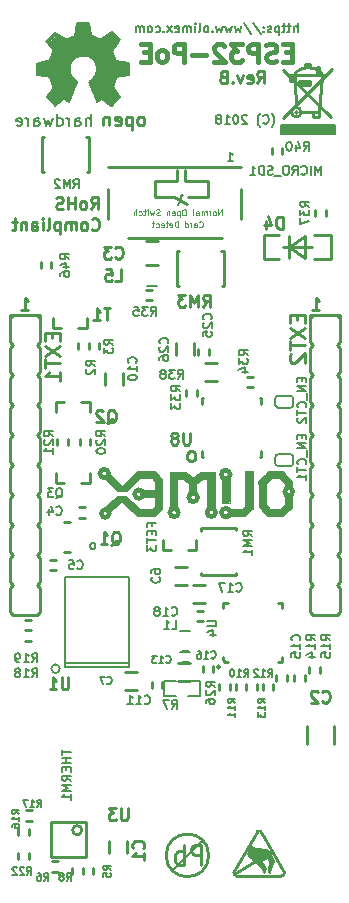
<source format=gbr>
G04 #@! TF.GenerationSoftware,KiCad,Pcbnew,6.0.0-rc1-unknown-0cca1c6~65~ubuntu16.04.1*
G04 #@! TF.CreationDate,2018-08-03T14:11:54+03:00*
G04 #@! TF.ProjectId,ESP32-PoE_Rev_B,45535033322D506F455F5265765F422E,B*
G04 #@! TF.SameCoordinates,Original*
G04 #@! TF.FileFunction,Legend,Bot*
G04 #@! TF.FilePolarity,Positive*
%FSLAX46Y46*%
G04 Gerber Fmt 4.6, Leading zero omitted, Abs format (unit mm)*
G04 Created by KiCad (PCBNEW 6.0.0-rc1-unknown-0cca1c6~65~ubuntu16.04.1) date Fri Aug  3 14:11:54 2018*
%MOMM*%
%LPD*%
G01*
G04 APERTURE LIST*
%ADD10C,0.190500*%
%ADD11C,0.254000*%
%ADD12C,0.381000*%
%ADD13C,0.050000*%
%ADD14C,0.200000*%
%ADD15C,0.127000*%
%ADD16C,0.152400*%
%ADD17C,0.150000*%
%ADD18C,0.400000*%
%ADD19C,0.700000*%
%ADD20C,0.500000*%
%ADD21C,0.100000*%
%ADD22C,0.420000*%
%ADD23C,0.370000*%
%ADD24C,0.380000*%
%ADD25C,1.000000*%
%ADD26C,0.158750*%
%ADD27C,0.125000*%
%ADD28C,0.180000*%
G04 APERTURE END LIST*
D10*
X108621285Y-108929714D02*
X109056714Y-108929714D01*
X108839000Y-108929714D02*
X108839000Y-108167714D01*
X108911571Y-108276571D01*
X108984142Y-108349142D01*
X109056714Y-108385428D01*
D11*
X97106619Y-114662857D02*
X97155000Y-114711238D01*
X97300142Y-114759619D01*
X97396904Y-114759619D01*
X97542047Y-114711238D01*
X97638809Y-114614476D01*
X97687190Y-114517714D01*
X97735571Y-114324190D01*
X97735571Y-114179047D01*
X97687190Y-113985523D01*
X97638809Y-113888761D01*
X97542047Y-113792000D01*
X97396904Y-113743619D01*
X97300142Y-113743619D01*
X97155000Y-113792000D01*
X97106619Y-113840380D01*
X96526047Y-114759619D02*
X96622809Y-114711238D01*
X96671190Y-114662857D01*
X96719571Y-114566095D01*
X96719571Y-114275809D01*
X96671190Y-114179047D01*
X96622809Y-114130666D01*
X96526047Y-114082285D01*
X96380904Y-114082285D01*
X96284142Y-114130666D01*
X96235761Y-114179047D01*
X96187380Y-114275809D01*
X96187380Y-114566095D01*
X96235761Y-114662857D01*
X96284142Y-114711238D01*
X96380904Y-114759619D01*
X96526047Y-114759619D01*
X95751952Y-114759619D02*
X95751952Y-114082285D01*
X95751952Y-114179047D02*
X95703571Y-114130666D01*
X95606809Y-114082285D01*
X95461666Y-114082285D01*
X95364904Y-114130666D01*
X95316523Y-114227428D01*
X95316523Y-114759619D01*
X95316523Y-114227428D02*
X95268142Y-114130666D01*
X95171380Y-114082285D01*
X95026238Y-114082285D01*
X94929476Y-114130666D01*
X94881095Y-114227428D01*
X94881095Y-114759619D01*
X94397285Y-114082285D02*
X94397285Y-115098285D01*
X94397285Y-114130666D02*
X94300523Y-114082285D01*
X94107000Y-114082285D01*
X94010238Y-114130666D01*
X93961857Y-114179047D01*
X93913476Y-114275809D01*
X93913476Y-114566095D01*
X93961857Y-114662857D01*
X94010238Y-114711238D01*
X94107000Y-114759619D01*
X94300523Y-114759619D01*
X94397285Y-114711238D01*
X93332904Y-114759619D02*
X93429666Y-114711238D01*
X93478047Y-114614476D01*
X93478047Y-113743619D01*
X92945857Y-114759619D02*
X92945857Y-114082285D01*
X92945857Y-113743619D02*
X92994238Y-113792000D01*
X92945857Y-113840380D01*
X92897476Y-113792000D01*
X92945857Y-113743619D01*
X92945857Y-113840380D01*
X92026619Y-114759619D02*
X92026619Y-114227428D01*
X92075000Y-114130666D01*
X92171761Y-114082285D01*
X92365285Y-114082285D01*
X92462047Y-114130666D01*
X92026619Y-114711238D02*
X92123380Y-114759619D01*
X92365285Y-114759619D01*
X92462047Y-114711238D01*
X92510428Y-114614476D01*
X92510428Y-114517714D01*
X92462047Y-114420952D01*
X92365285Y-114372571D01*
X92123380Y-114372571D01*
X92026619Y-114324190D01*
X91542809Y-114082285D02*
X91542809Y-114759619D01*
X91542809Y-114179047D02*
X91494428Y-114130666D01*
X91397666Y-114082285D01*
X91252523Y-114082285D01*
X91155761Y-114130666D01*
X91107380Y-114227428D01*
X91107380Y-114759619D01*
X90768714Y-114082285D02*
X90381666Y-114082285D01*
X90623571Y-113743619D02*
X90623571Y-114614476D01*
X90575190Y-114711238D01*
X90478428Y-114759619D01*
X90381666Y-114759619D01*
X97046142Y-112981619D02*
X97384809Y-112497809D01*
X97626714Y-112981619D02*
X97626714Y-111965619D01*
X97239666Y-111965619D01*
X97142904Y-112014000D01*
X97094523Y-112062380D01*
X97046142Y-112159142D01*
X97046142Y-112304285D01*
X97094523Y-112401047D01*
X97142904Y-112449428D01*
X97239666Y-112497809D01*
X97626714Y-112497809D01*
X96465571Y-112981619D02*
X96562333Y-112933238D01*
X96610714Y-112884857D01*
X96659095Y-112788095D01*
X96659095Y-112497809D01*
X96610714Y-112401047D01*
X96562333Y-112352666D01*
X96465571Y-112304285D01*
X96320428Y-112304285D01*
X96223666Y-112352666D01*
X96175285Y-112401047D01*
X96126904Y-112497809D01*
X96126904Y-112788095D01*
X96175285Y-112884857D01*
X96223666Y-112933238D01*
X96320428Y-112981619D01*
X96465571Y-112981619D01*
X95691476Y-112981619D02*
X95691476Y-111965619D01*
X95691476Y-112449428D02*
X95110904Y-112449428D01*
X95110904Y-112981619D02*
X95110904Y-111965619D01*
X94675476Y-112933238D02*
X94530333Y-112981619D01*
X94288428Y-112981619D01*
X94191666Y-112933238D01*
X94143285Y-112884857D01*
X94094904Y-112788095D01*
X94094904Y-112691333D01*
X94143285Y-112594571D01*
X94191666Y-112546190D01*
X94288428Y-112497809D01*
X94481952Y-112449428D01*
X94578714Y-112401047D01*
X94627095Y-112352666D01*
X94675476Y-112255904D01*
X94675476Y-112159142D01*
X94627095Y-112062380D01*
X94578714Y-112014000D01*
X94481952Y-111965619D01*
X94240047Y-111965619D01*
X94094904Y-112014000D01*
X115787714Y-121490619D02*
X116368285Y-121490619D01*
X116078000Y-121490619D02*
X116078000Y-120474619D01*
X116174761Y-120619761D01*
X116271523Y-120716523D01*
X116368285Y-120764904D01*
X91149714Y-121490619D02*
X91730285Y-121490619D01*
X91440000Y-121490619D02*
X91440000Y-120474619D01*
X91536761Y-120619761D01*
X91633523Y-120716523D01*
X91730285Y-120764904D01*
D12*
X114046000Y-99713142D02*
X113538000Y-99713142D01*
X113320285Y-100511428D02*
X114046000Y-100511428D01*
X114046000Y-98987428D01*
X113320285Y-98987428D01*
X112739714Y-100438857D02*
X112522000Y-100511428D01*
X112159142Y-100511428D01*
X112014000Y-100438857D01*
X111941428Y-100366285D01*
X111868857Y-100221142D01*
X111868857Y-100076000D01*
X111941428Y-99930857D01*
X112014000Y-99858285D01*
X112159142Y-99785714D01*
X112449428Y-99713142D01*
X112594571Y-99640571D01*
X112667142Y-99568000D01*
X112739714Y-99422857D01*
X112739714Y-99277714D01*
X112667142Y-99132571D01*
X112594571Y-99060000D01*
X112449428Y-98987428D01*
X112086571Y-98987428D01*
X111868857Y-99060000D01*
X111215714Y-100511428D02*
X111215714Y-98987428D01*
X110635142Y-98987428D01*
X110490000Y-99060000D01*
X110417428Y-99132571D01*
X110344857Y-99277714D01*
X110344857Y-99495428D01*
X110417428Y-99640571D01*
X110490000Y-99713142D01*
X110635142Y-99785714D01*
X111215714Y-99785714D01*
X109836857Y-98987428D02*
X108893428Y-98987428D01*
X109401428Y-99568000D01*
X109183714Y-99568000D01*
X109038571Y-99640571D01*
X108966000Y-99713142D01*
X108893428Y-99858285D01*
X108893428Y-100221142D01*
X108966000Y-100366285D01*
X109038571Y-100438857D01*
X109183714Y-100511428D01*
X109619142Y-100511428D01*
X109764285Y-100438857D01*
X109836857Y-100366285D01*
X108312857Y-99132571D02*
X108240285Y-99060000D01*
X108095142Y-98987428D01*
X107732285Y-98987428D01*
X107587142Y-99060000D01*
X107514571Y-99132571D01*
X107442000Y-99277714D01*
X107442000Y-99422857D01*
X107514571Y-99640571D01*
X108385428Y-100511428D01*
X107442000Y-100511428D01*
X106788857Y-99930857D02*
X105627714Y-99930857D01*
X104902000Y-100511428D02*
X104902000Y-98987428D01*
X104321428Y-98987428D01*
X104176285Y-99060000D01*
X104103714Y-99132571D01*
X104031142Y-99277714D01*
X104031142Y-99495428D01*
X104103714Y-99640571D01*
X104176285Y-99713142D01*
X104321428Y-99785714D01*
X104902000Y-99785714D01*
X103160285Y-100511428D02*
X103305428Y-100438857D01*
X103378000Y-100366285D01*
X103450571Y-100221142D01*
X103450571Y-99785714D01*
X103378000Y-99640571D01*
X103305428Y-99568000D01*
X103160285Y-99495428D01*
X102942571Y-99495428D01*
X102797428Y-99568000D01*
X102724857Y-99640571D01*
X102652285Y-99785714D01*
X102652285Y-100221142D01*
X102724857Y-100366285D01*
X102797428Y-100438857D01*
X102942571Y-100511428D01*
X103160285Y-100511428D01*
X101999142Y-99713142D02*
X101491142Y-99713142D01*
X101273428Y-100511428D02*
X101999142Y-100511428D01*
X101999142Y-98987428D01*
X101273428Y-98987428D01*
D11*
X111112904Y-102313619D02*
X111451571Y-101829809D01*
X111693476Y-102313619D02*
X111693476Y-101297619D01*
X111306428Y-101297619D01*
X111209666Y-101346000D01*
X111161285Y-101394380D01*
X111112904Y-101491142D01*
X111112904Y-101636285D01*
X111161285Y-101733047D01*
X111209666Y-101781428D01*
X111306428Y-101829809D01*
X111693476Y-101829809D01*
X110290428Y-102265238D02*
X110387190Y-102313619D01*
X110580714Y-102313619D01*
X110677476Y-102265238D01*
X110725857Y-102168476D01*
X110725857Y-101781428D01*
X110677476Y-101684666D01*
X110580714Y-101636285D01*
X110387190Y-101636285D01*
X110290428Y-101684666D01*
X110242047Y-101781428D01*
X110242047Y-101878190D01*
X110725857Y-101974952D01*
X109903380Y-101636285D02*
X109661476Y-102313619D01*
X109419571Y-101636285D01*
X109032523Y-102216857D02*
X108984142Y-102265238D01*
X109032523Y-102313619D01*
X109080904Y-102265238D01*
X109032523Y-102216857D01*
X109032523Y-102313619D01*
X108210047Y-101781428D02*
X108064904Y-101829809D01*
X108016523Y-101878190D01*
X107968142Y-101974952D01*
X107968142Y-102120095D01*
X108016523Y-102216857D01*
X108064904Y-102265238D01*
X108161666Y-102313619D01*
X108548714Y-102313619D01*
X108548714Y-101297619D01*
X108210047Y-101297619D01*
X108113285Y-101346000D01*
X108064904Y-101394380D01*
X108016523Y-101491142D01*
X108016523Y-101587904D01*
X108064904Y-101684666D01*
X108113285Y-101733047D01*
X108210047Y-101781428D01*
X108548714Y-101781428D01*
D10*
X112340571Y-106045000D02*
X112376857Y-106008714D01*
X112449428Y-105899857D01*
X112485714Y-105827285D01*
X112522000Y-105718428D01*
X112558285Y-105537000D01*
X112558285Y-105391857D01*
X112522000Y-105210428D01*
X112485714Y-105101571D01*
X112449428Y-105029000D01*
X112376857Y-104920142D01*
X112340571Y-104883857D01*
X111614857Y-105682142D02*
X111651142Y-105718428D01*
X111760000Y-105754714D01*
X111832571Y-105754714D01*
X111941428Y-105718428D01*
X112014000Y-105645857D01*
X112050285Y-105573285D01*
X112086571Y-105428142D01*
X112086571Y-105319285D01*
X112050285Y-105174142D01*
X112014000Y-105101571D01*
X111941428Y-105029000D01*
X111832571Y-104992714D01*
X111760000Y-104992714D01*
X111651142Y-105029000D01*
X111614857Y-105065285D01*
X111360857Y-106045000D02*
X111324571Y-106008714D01*
X111252000Y-105899857D01*
X111215714Y-105827285D01*
X111179428Y-105718428D01*
X111143142Y-105537000D01*
X111143142Y-105391857D01*
X111179428Y-105210428D01*
X111215714Y-105101571D01*
X111252000Y-105029000D01*
X111324571Y-104920142D01*
X111360857Y-104883857D01*
X110236000Y-105065285D02*
X110199714Y-105029000D01*
X110127142Y-104992714D01*
X109945714Y-104992714D01*
X109873142Y-105029000D01*
X109836857Y-105065285D01*
X109800571Y-105137857D01*
X109800571Y-105210428D01*
X109836857Y-105319285D01*
X110272285Y-105754714D01*
X109800571Y-105754714D01*
X109328857Y-104992714D02*
X109256285Y-104992714D01*
X109183714Y-105029000D01*
X109147428Y-105065285D01*
X109111142Y-105137857D01*
X109074857Y-105283000D01*
X109074857Y-105464428D01*
X109111142Y-105609571D01*
X109147428Y-105682142D01*
X109183714Y-105718428D01*
X109256285Y-105754714D01*
X109328857Y-105754714D01*
X109401428Y-105718428D01*
X109437714Y-105682142D01*
X109474000Y-105609571D01*
X109510285Y-105464428D01*
X109510285Y-105283000D01*
X109474000Y-105137857D01*
X109437714Y-105065285D01*
X109401428Y-105029000D01*
X109328857Y-104992714D01*
X108349142Y-105754714D02*
X108784571Y-105754714D01*
X108566857Y-105754714D02*
X108566857Y-104992714D01*
X108639428Y-105101571D01*
X108712000Y-105174142D01*
X108784571Y-105210428D01*
X107913714Y-105319285D02*
X107986285Y-105283000D01*
X108022571Y-105246714D01*
X108058857Y-105174142D01*
X108058857Y-105137857D01*
X108022571Y-105065285D01*
X107986285Y-105029000D01*
X107913714Y-104992714D01*
X107768571Y-104992714D01*
X107696000Y-105029000D01*
X107659714Y-105065285D01*
X107623428Y-105137857D01*
X107623428Y-105174142D01*
X107659714Y-105246714D01*
X107696000Y-105283000D01*
X107768571Y-105319285D01*
X107913714Y-105319285D01*
X107986285Y-105355571D01*
X108022571Y-105391857D01*
X108058857Y-105464428D01*
X108058857Y-105609571D01*
X108022571Y-105682142D01*
X107986285Y-105718428D01*
X107913714Y-105754714D01*
X107768571Y-105754714D01*
X107696000Y-105718428D01*
X107659714Y-105682142D01*
X107623428Y-105609571D01*
X107623428Y-105464428D01*
X107659714Y-105391857D01*
X107696000Y-105355571D01*
X107768571Y-105319285D01*
X114535857Y-98007714D02*
X114535857Y-97245714D01*
X114209285Y-98007714D02*
X114209285Y-97608571D01*
X114245571Y-97536000D01*
X114318142Y-97499714D01*
X114427000Y-97499714D01*
X114499571Y-97536000D01*
X114535857Y-97572285D01*
X113955285Y-97499714D02*
X113665000Y-97499714D01*
X113846428Y-97245714D02*
X113846428Y-97898857D01*
X113810142Y-97971428D01*
X113737571Y-98007714D01*
X113665000Y-98007714D01*
X113519857Y-97499714D02*
X113229571Y-97499714D01*
X113411000Y-97245714D02*
X113411000Y-97898857D01*
X113374714Y-97971428D01*
X113302142Y-98007714D01*
X113229571Y-98007714D01*
X112975571Y-97499714D02*
X112975571Y-98261714D01*
X112975571Y-97536000D02*
X112903000Y-97499714D01*
X112757857Y-97499714D01*
X112685285Y-97536000D01*
X112649000Y-97572285D01*
X112612714Y-97644857D01*
X112612714Y-97862571D01*
X112649000Y-97935142D01*
X112685285Y-97971428D01*
X112757857Y-98007714D01*
X112903000Y-98007714D01*
X112975571Y-97971428D01*
X112322428Y-97971428D02*
X112249857Y-98007714D01*
X112104714Y-98007714D01*
X112032142Y-97971428D01*
X111995857Y-97898857D01*
X111995857Y-97862571D01*
X112032142Y-97790000D01*
X112104714Y-97753714D01*
X112213571Y-97753714D01*
X112286142Y-97717428D01*
X112322428Y-97644857D01*
X112322428Y-97608571D01*
X112286142Y-97536000D01*
X112213571Y-97499714D01*
X112104714Y-97499714D01*
X112032142Y-97536000D01*
X111669285Y-97935142D02*
X111633000Y-97971428D01*
X111669285Y-98007714D01*
X111705571Y-97971428D01*
X111669285Y-97935142D01*
X111669285Y-98007714D01*
X111669285Y-97536000D02*
X111633000Y-97572285D01*
X111669285Y-97608571D01*
X111705571Y-97572285D01*
X111669285Y-97536000D01*
X111669285Y-97608571D01*
X110762142Y-97209428D02*
X111415285Y-98189142D01*
X109963857Y-97209428D02*
X110617000Y-98189142D01*
X109782428Y-97499714D02*
X109637285Y-98007714D01*
X109492142Y-97644857D01*
X109347000Y-98007714D01*
X109201857Y-97499714D01*
X108984142Y-97499714D02*
X108839000Y-98007714D01*
X108693857Y-97644857D01*
X108548714Y-98007714D01*
X108403571Y-97499714D01*
X108185857Y-97499714D02*
X108040714Y-98007714D01*
X107895571Y-97644857D01*
X107750428Y-98007714D01*
X107605285Y-97499714D01*
X107315000Y-97935142D02*
X107278714Y-97971428D01*
X107315000Y-98007714D01*
X107351285Y-97971428D01*
X107315000Y-97935142D01*
X107315000Y-98007714D01*
X106843285Y-98007714D02*
X106915857Y-97971428D01*
X106952142Y-97935142D01*
X106988428Y-97862571D01*
X106988428Y-97644857D01*
X106952142Y-97572285D01*
X106915857Y-97536000D01*
X106843285Y-97499714D01*
X106734428Y-97499714D01*
X106661857Y-97536000D01*
X106625571Y-97572285D01*
X106589285Y-97644857D01*
X106589285Y-97862571D01*
X106625571Y-97935142D01*
X106661857Y-97971428D01*
X106734428Y-98007714D01*
X106843285Y-98007714D01*
X106153857Y-98007714D02*
X106226428Y-97971428D01*
X106262714Y-97898857D01*
X106262714Y-97245714D01*
X105863571Y-98007714D02*
X105863571Y-97499714D01*
X105863571Y-97245714D02*
X105899857Y-97282000D01*
X105863571Y-97318285D01*
X105827285Y-97282000D01*
X105863571Y-97245714D01*
X105863571Y-97318285D01*
X105500714Y-98007714D02*
X105500714Y-97499714D01*
X105500714Y-97572285D02*
X105464428Y-97536000D01*
X105391857Y-97499714D01*
X105283000Y-97499714D01*
X105210428Y-97536000D01*
X105174142Y-97608571D01*
X105174142Y-98007714D01*
X105174142Y-97608571D02*
X105137857Y-97536000D01*
X105065285Y-97499714D01*
X104956428Y-97499714D01*
X104883857Y-97536000D01*
X104847571Y-97608571D01*
X104847571Y-98007714D01*
X104194428Y-97971428D02*
X104267000Y-98007714D01*
X104412142Y-98007714D01*
X104484714Y-97971428D01*
X104521000Y-97898857D01*
X104521000Y-97608571D01*
X104484714Y-97536000D01*
X104412142Y-97499714D01*
X104267000Y-97499714D01*
X104194428Y-97536000D01*
X104158142Y-97608571D01*
X104158142Y-97681142D01*
X104521000Y-97753714D01*
X103904142Y-98007714D02*
X103505000Y-97499714D01*
X103904142Y-97499714D02*
X103505000Y-98007714D01*
X103214714Y-97935142D02*
X103178428Y-97971428D01*
X103214714Y-98007714D01*
X103251000Y-97971428D01*
X103214714Y-97935142D01*
X103214714Y-98007714D01*
X102525285Y-97971428D02*
X102597857Y-98007714D01*
X102743000Y-98007714D01*
X102815571Y-97971428D01*
X102851857Y-97935142D01*
X102888142Y-97862571D01*
X102888142Y-97644857D01*
X102851857Y-97572285D01*
X102815571Y-97536000D01*
X102743000Y-97499714D01*
X102597857Y-97499714D01*
X102525285Y-97536000D01*
X102089857Y-98007714D02*
X102162428Y-97971428D01*
X102198714Y-97935142D01*
X102235000Y-97862571D01*
X102235000Y-97644857D01*
X102198714Y-97572285D01*
X102162428Y-97536000D01*
X102089857Y-97499714D01*
X101981000Y-97499714D01*
X101908428Y-97536000D01*
X101872142Y-97572285D01*
X101835857Y-97644857D01*
X101835857Y-97862571D01*
X101872142Y-97935142D01*
X101908428Y-97971428D01*
X101981000Y-98007714D01*
X102089857Y-98007714D01*
X101509285Y-98007714D02*
X101509285Y-97499714D01*
X101509285Y-97572285D02*
X101473000Y-97536000D01*
X101400428Y-97499714D01*
X101291571Y-97499714D01*
X101219000Y-97536000D01*
X101182714Y-97608571D01*
X101182714Y-98007714D01*
X101182714Y-97608571D02*
X101146428Y-97536000D01*
X101073857Y-97499714D01*
X100965000Y-97499714D01*
X100892428Y-97536000D01*
X100856142Y-97608571D01*
X100856142Y-98007714D01*
D11*
G04 #@! TO.C,RM3*
X108305600Y-116509800D02*
X108089700Y-116509800D01*
X108305600Y-119456200D02*
X108305600Y-116509800D01*
X108115100Y-119456200D02*
X108305600Y-119456200D01*
X104292400Y-116509800D02*
X104508300Y-116509800D01*
X104317800Y-119456200D02*
X104495600Y-119456200D01*
X104305100Y-119456200D02*
X104305100Y-116509800D01*
G04 #@! TO.C,Ref\002A\002A*
X111066580Y-165719760D02*
X109138720Y-169064940D01*
X113123980Y-169430700D02*
X109359700Y-169428160D01*
X113421160Y-169148760D02*
X111442500Y-165724840D01*
X111107220Y-165668960D02*
G75*
G02X111396780Y-165668960I144780J-144780D01*
G01*
X113423700Y-169184320D02*
G75*
G02X113202720Y-169425620I-231140J-10160D01*
G01*
X109352080Y-169428160D02*
G75*
G02X109128560Y-169133520I35560J259080D01*
G01*
D13*
X111066580Y-168396920D02*
X111188500Y-168485820D01*
X111188500Y-168485820D02*
X111244380Y-168534080D01*
X111244380Y-168534080D02*
X111328200Y-168628060D01*
X111404400Y-168744900D02*
X111650780Y-169161460D01*
X111328200Y-168628060D02*
X111404400Y-168744900D01*
X111650780Y-169161460D02*
X111729520Y-169148760D01*
X111732060Y-169148760D02*
X111765080Y-169128440D01*
X111770160Y-169123360D02*
X111787940Y-169101750D01*
X111787940Y-169100500D02*
X111805720Y-169052240D01*
X111805720Y-169052240D02*
X111815980Y-168978580D01*
X111815880Y-168978580D02*
X111818420Y-168851580D01*
X111818420Y-168851580D02*
X111803180Y-168716960D01*
X111803180Y-168716960D02*
X111770160Y-168595040D01*
X111770160Y-168589960D02*
X111726980Y-168501060D01*
X111726980Y-168501060D02*
X111673640Y-168422320D01*
X111673640Y-168422320D02*
X111427260Y-168198800D01*
X111429800Y-168201340D02*
X111925100Y-167896540D01*
X111925100Y-167896540D02*
X112003840Y-168036240D01*
X112003840Y-168036240D02*
X112087660Y-168160700D01*
X112087660Y-168160700D02*
X112090200Y-168219120D01*
X112092740Y-168219120D02*
X112077500Y-168287700D01*
X112077500Y-168287700D02*
X112090200Y-168574720D01*
X112090200Y-168574720D02*
X112059720Y-168633140D01*
X112059720Y-168633140D02*
X112029240Y-168716960D01*
X112029240Y-168716960D02*
X112006380Y-168841420D01*
X112006380Y-168841420D02*
X111998760Y-168953180D01*
X111998760Y-168953180D02*
X112014000Y-169067480D01*
X112014000Y-169067480D02*
X112044480Y-169136060D01*
X112044480Y-169136060D02*
X112085120Y-169169080D01*
X112085120Y-169169080D02*
X112125760Y-169179240D01*
X112125760Y-169179240D02*
X112166400Y-169164000D01*
X112171480Y-169161460D02*
X112199420Y-169130980D01*
X112199420Y-169130980D02*
X112486440Y-168315640D01*
X112488980Y-168318180D02*
X112501680Y-168257220D01*
X112501680Y-168254680D02*
X112501680Y-168140380D01*
X112501680Y-168137840D02*
X112486440Y-168046400D01*
X112486440Y-168043000D02*
X112417860Y-167903000D01*
X112417860Y-167906700D02*
X112285780Y-167703500D01*
X112087660Y-167383460D02*
X111993680Y-167264080D01*
X111993680Y-167264080D02*
X111950500Y-167218360D01*
X111947960Y-167215820D02*
X111914940Y-167192960D01*
X111914940Y-167192960D02*
X111843820Y-167172640D01*
X111843820Y-167172640D02*
X111180880Y-167083740D01*
X111180880Y-167083740D02*
X110909100Y-167035480D01*
X110906560Y-167038020D02*
X110792260Y-166989760D01*
X110792260Y-166989760D02*
X110619540Y-166880540D01*
X110614460Y-166880540D02*
X110210600Y-167579040D01*
X110210600Y-167579040D02*
X110342680Y-167700960D01*
X110345220Y-167703500D02*
X110444280Y-167845740D01*
X110550960Y-167954960D02*
X110761780Y-168153080D01*
X110439200Y-167843200D02*
X110553500Y-167957500D01*
D11*
X111937800Y-167360600D02*
X110794800Y-168026080D01*
X111732060Y-167294560D02*
X110708440Y-167932100D01*
X111460280Y-167225980D02*
X110571280Y-167800020D01*
X111158020Y-167190420D02*
X110459520Y-167650160D01*
X110893860Y-167147240D02*
X110357920Y-167533320D01*
X110738920Y-167081200D02*
X110512860Y-167271700D01*
X111841280Y-167292020D02*
X110863380Y-167147240D01*
X110655100Y-167030400D02*
X110474760Y-167327580D01*
X110479840Y-167652700D02*
X110657640Y-167873680D01*
X112171480Y-167736520D02*
X112372140Y-168112440D01*
X112016540Y-167787320D02*
X112303560Y-168226740D01*
X112400080Y-168191180D02*
X112128300Y-169024300D01*
X112204500Y-168148000D02*
X112222280Y-168549320D01*
X112222280Y-168556940D02*
X112130840Y-168882060D01*
X111676180Y-168785540D02*
X111696500Y-169034460D01*
X111602520Y-168541700D02*
X111676180Y-168785540D01*
X111246920Y-168216580D02*
X111602520Y-168541700D01*
X111498380Y-168643300D02*
X111191040Y-168318180D01*
X111696500Y-169034460D02*
X111498380Y-168643300D01*
X112372140Y-167335200D02*
X109159040Y-169275760D01*
X112158780Y-167617140D02*
X111053880Y-168282620D01*
G04 #@! TO.C,T1*
X96672400Y-123063000D02*
X95961200Y-123063000D01*
X96672400Y-122224800D02*
X96672400Y-123063000D01*
X93827600Y-122224800D02*
X93827600Y-123063000D01*
X94538800Y-123063000D02*
X93827600Y-123063000D01*
G04 #@! TO.C,R38*
X107696000Y-127508000D02*
X106680000Y-127508000D01*
X107696000Y-125984000D02*
X106680000Y-125984000D01*
G04 #@! TO.C,R20*
X96075500Y-132715000D02*
X96075500Y-132969000D01*
X96075500Y-132715000D02*
X96075500Y-132461000D01*
X96964500Y-132715000D02*
X96964500Y-132461000D01*
X96964500Y-132715000D02*
X96964500Y-132969000D01*
G04 #@! TO.C,R21*
X95059500Y-132715000D02*
X95059500Y-132461000D01*
X95059500Y-132715000D02*
X95059500Y-132969000D01*
X94170500Y-132715000D02*
X94170500Y-132969000D01*
X94170500Y-132715000D02*
X94170500Y-132461000D01*
G04 #@! TO.C,U8*
X106466000Y-128945000D02*
X106566000Y-128945000D01*
X111366000Y-128945000D02*
X111466000Y-128945000D01*
X111466000Y-128945000D02*
X111466000Y-129445000D01*
X111466000Y-133445000D02*
X111466000Y-133945000D01*
X111466000Y-133945000D02*
X111366000Y-133945000D01*
X106566000Y-133945000D02*
X106466000Y-133945000D01*
X106466000Y-133945000D02*
X106466000Y-133445000D01*
X106466000Y-129445000D02*
X106466000Y-128945000D01*
D14*
G04 #@! TO.C,U4*
X108021873Y-151742140D02*
G75*
G03X108021873Y-151742140I-176013J0D01*
G01*
D11*
X108645960Y-151343360D02*
X108419900Y-151343360D01*
X113243360Y-151343360D02*
X112842040Y-151343360D01*
X113243360Y-150942040D02*
X113243360Y-151343360D01*
X113243360Y-146344640D02*
X113243360Y-146745960D01*
X112842040Y-146344640D02*
X113243360Y-146344640D01*
X108244640Y-146344640D02*
X108645960Y-146344640D01*
X108244640Y-146745960D02*
X108244640Y-146344640D01*
X108244640Y-151168100D02*
X108244640Y-150942040D01*
X108419900Y-151343360D02*
X108244640Y-151168100D01*
G04 #@! TO.C,R37*
X116903500Y-113284000D02*
X116903500Y-113030000D01*
X116903500Y-113284000D02*
X116903500Y-113538000D01*
X116014500Y-113284000D02*
X116014500Y-113538000D01*
X116014500Y-113284000D02*
X116014500Y-113030000D01*
G04 #@! TO.C,D4*
X115160400Y-115255200D02*
X115160400Y-117160200D01*
X113788800Y-115255200D02*
X113788800Y-117160200D01*
X113788800Y-116169600D02*
X115160400Y-117160200D01*
X115160400Y-115255200D02*
X113788800Y-116169600D01*
X115744600Y-116207700D02*
X113268100Y-116207700D01*
X111693300Y-117185600D02*
X112988700Y-117185600D01*
X111706000Y-115179000D02*
X113001400Y-115179000D01*
X111680600Y-117185600D02*
X111680600Y-115191700D01*
X117332100Y-117198300D02*
X115960500Y-117198300D01*
X117332100Y-115179000D02*
X115960500Y-115179000D01*
X117332100Y-117198300D02*
X117332100Y-115179000D01*
G04 #@! TO.C,C5*
X93853000Y-143573500D02*
X94107000Y-143573500D01*
X93853000Y-143573500D02*
X93599000Y-143573500D01*
X93853000Y-142684500D02*
X93599000Y-142684500D01*
X93853000Y-142684500D02*
X94107000Y-142684500D01*
G04 #@! TO.C,R16*
X90868500Y-165735000D02*
X90868500Y-165989000D01*
X90868500Y-165735000D02*
X90868500Y-165481000D01*
X91757500Y-165735000D02*
X91757500Y-165481000D01*
X91757500Y-165735000D02*
X91757500Y-165989000D01*
G04 #@! TO.C,U3*
X96623000Y-167870000D02*
X96623000Y-164870000D01*
X96263512Y-165570000D02*
G75*
G03X96263512Y-165570000I-390512J0D01*
G01*
X96623000Y-167870000D02*
X93623000Y-167870000D01*
X93623000Y-167870000D02*
X93623000Y-164870000D01*
X93623000Y-164870000D02*
X96623000Y-164870000D01*
D15*
G04 #@! TO.C,L1*
X104597200Y-150495000D02*
X105435400Y-150495000D01*
X104597200Y-148717000D02*
X105435400Y-148717000D01*
D11*
G04 #@! TO.C,Q2*
X94081600Y-129286000D02*
X94792800Y-129286000D01*
X94081600Y-130124200D02*
X94081600Y-129286000D01*
X96926400Y-130124200D02*
X96926400Y-129286000D01*
X96215200Y-129286000D02*
X96926400Y-129286000D01*
G04 #@! TO.C,RM2*
X92875100Y-109804200D02*
X92875100Y-106857800D01*
X92887800Y-109804200D02*
X93065600Y-109804200D01*
X92862400Y-106857800D02*
X93078300Y-106857800D01*
X96685100Y-109804200D02*
X96875600Y-109804200D01*
X96875600Y-109804200D02*
X96875600Y-106857800D01*
X96875600Y-106857800D02*
X96659700Y-106857800D01*
G04 #@! TO.C,RM1*
X109296200Y-143979900D02*
X106349800Y-143979900D01*
X109296200Y-143967200D02*
X109296200Y-143789400D01*
X106349800Y-143992600D02*
X106349800Y-143776700D01*
X109296200Y-140169900D02*
X109296200Y-139979400D01*
X109296200Y-139979400D02*
X106349800Y-139979400D01*
X106349800Y-139979400D02*
X106349800Y-140195300D01*
G04 #@! TO.C,C7*
X99949000Y-153670000D02*
X100965000Y-153670000D01*
X99949000Y-152146000D02*
X100965000Y-152146000D01*
G04 #@! TO.C,C9*
X104140000Y-143256000D02*
X105156000Y-143256000D01*
X104140000Y-144780000D02*
X105156000Y-144780000D01*
G04 #@! TO.C,C13*
X105410000Y-151384000D02*
X104394000Y-151384000D01*
X105410000Y-152908000D02*
X104394000Y-152908000D01*
G04 #@! TO.C,C17*
X106680000Y-144780000D02*
X105664000Y-144780000D01*
X106680000Y-146304000D02*
X105664000Y-146304000D01*
G04 #@! TO.C,C26*
X104267000Y-125349000D02*
X104267000Y-124333000D01*
X105791000Y-125349000D02*
X105791000Y-124333000D01*
D16*
G04 #@! TO.C,EN_CT1*
X113919000Y-133731000D02*
G75*
G02X114173000Y-133985000I0J-254000D01*
G01*
X112649000Y-133985000D02*
G75*
G02X112903000Y-133731000I254000J0D01*
G01*
X112903000Y-134747000D02*
G75*
G02X112649000Y-134493000I0J254000D01*
G01*
X114173000Y-134493000D02*
G75*
G02X113919000Y-134747000I-254000J0D01*
G01*
D17*
X114173000Y-133985000D02*
X114173000Y-134493000D01*
X113919000Y-134747000D02*
X112903000Y-134747000D01*
X112649000Y-134493000D02*
X112649000Y-133985000D01*
X112903000Y-133731000D02*
X113919000Y-133731000D01*
D16*
G04 #@! TO.C,EN_CT2*
X112903000Y-129794000D02*
G75*
G02X112649000Y-129540000I0J254000D01*
G01*
X114173000Y-129540000D02*
G75*
G02X113919000Y-129794000I-254000J0D01*
G01*
X113919000Y-128778000D02*
G75*
G02X114173000Y-129032000I0J-254000D01*
G01*
X112649000Y-129032000D02*
G75*
G02X112903000Y-128778000I254000J0D01*
G01*
D17*
X112649000Y-129540000D02*
X112649000Y-129032000D01*
X112903000Y-128778000D02*
X113919000Y-128778000D01*
X114173000Y-129032000D02*
X114173000Y-129540000D01*
X113919000Y-129794000D02*
X112903000Y-129794000D01*
D11*
G04 #@! TO.C,MICRO_SD1*
X98515000Y-111312000D02*
X98515000Y-113812000D01*
X109765000Y-111312000D02*
X109765000Y-113812000D01*
X100140000Y-115387000D02*
X108140000Y-115387000D01*
X98515000Y-109387000D02*
X109765000Y-109387000D01*
X104340000Y-109687000D02*
X104340000Y-110587000D01*
X104340000Y-110587000D02*
X102440000Y-110587000D01*
X102440000Y-110587000D02*
X102440000Y-111987000D01*
X102440000Y-111987000D02*
X104040000Y-111987000D01*
X104040000Y-111987000D02*
X105140000Y-112587000D01*
X105240000Y-111987000D02*
X106940000Y-111987000D01*
X106940000Y-111987000D02*
X106940000Y-110587000D01*
X106940000Y-110587000D02*
X105040000Y-110587000D01*
X105040000Y-110587000D02*
X105040000Y-109687000D01*
X105040000Y-109687000D02*
X105040000Y-109687000D01*
D15*
X104388528Y-112635528D02*
G75*
G03X104740000Y-111787000I-848528J848528D01*
G01*
X104740000Y-111787000D02*
X104840000Y-111887000D01*
X104740000Y-111787000D02*
X104640000Y-111887000D01*
D11*
G04 #@! TO.C,C2*
X115316000Y-158242000D02*
X115316000Y-156718000D01*
X117602000Y-158242000D02*
X117602000Y-156718000D01*
D15*
G04 #@! TO.C,L5*
X101803200Y-119507000D02*
X102641400Y-119507000D01*
X101803200Y-117729000D02*
X102641400Y-117729000D01*
D11*
G04 #@! TO.C,Q3*
X96926400Y-136144000D02*
X96215200Y-136144000D01*
X96926400Y-135305800D02*
X96926400Y-136144000D01*
X94081600Y-135305800D02*
X94081600Y-136144000D01*
X94792800Y-136144000D02*
X94081600Y-136144000D01*
D15*
G04 #@! TO.C,R7*
X104267000Y-152908000D02*
X103251000Y-152908000D01*
X103251000Y-152908000D02*
X103251000Y-154178000D01*
X103251000Y-154178000D02*
X104267000Y-154178000D01*
X106299000Y-152908000D02*
X106299000Y-154178000D01*
X106299000Y-154178000D02*
X105283000Y-154178000D01*
X106299000Y-152908000D02*
X105283000Y-152908000D01*
G04 #@! TO.C,U1*
X100266500Y-151384000D02*
X94805500Y-151384000D01*
D17*
X100266500Y-144145000D02*
X100266500Y-151765000D01*
X94805500Y-151765000D02*
X94805500Y-144145000D01*
X100266500Y-144145000D02*
X94805500Y-144145000D01*
X94805500Y-151765000D02*
X100266500Y-151765000D01*
X94402710Y-151892000D02*
G75*
G03X94402710Y-151892000I-359210J0D01*
G01*
D11*
G04 #@! TO.C,C1*
X98552000Y-166497000D02*
X98552000Y-167513000D01*
X100076000Y-166497000D02*
X100076000Y-167513000D01*
G04 #@! TO.C,EXT1*
X90170000Y-121950000D02*
X92710000Y-121950000D01*
X92456000Y-127030000D02*
X92710000Y-127284000D01*
X92710000Y-126776000D02*
X92456000Y-127030000D01*
X92710000Y-124236000D02*
X92710000Y-122458000D01*
X92456000Y-124490000D02*
X92710000Y-124236000D01*
X92710000Y-124744000D02*
X92456000Y-124490000D01*
X92710000Y-126776000D02*
X92710000Y-124744000D01*
X92710000Y-122458000D02*
X92710000Y-121950000D01*
X92710000Y-122204000D02*
X92456000Y-121950000D01*
X90424000Y-121950000D02*
X90170000Y-122204000D01*
X92710000Y-129316000D02*
X92710000Y-127284000D01*
X92456000Y-129570000D02*
X92710000Y-129316000D01*
X92710000Y-132364000D02*
X92456000Y-132110000D01*
X92710000Y-131856000D02*
X92710000Y-129824000D01*
X92456000Y-132110000D02*
X92710000Y-131856000D01*
X90170000Y-131856000D02*
X90424000Y-132110000D01*
X90170000Y-129824000D02*
X90170000Y-131856000D01*
X90424000Y-129570000D02*
X90170000Y-129824000D01*
X90170000Y-129316000D02*
X90424000Y-129570000D01*
X90170000Y-127284000D02*
X90170000Y-129316000D01*
X90424000Y-127030000D02*
X90170000Y-127284000D01*
X90170000Y-126776000D02*
X90424000Y-127030000D01*
X90170000Y-124744000D02*
X90170000Y-126776000D01*
X90424000Y-124490000D02*
X90170000Y-124744000D01*
X90170000Y-124236000D02*
X90424000Y-124490000D01*
X90170000Y-122204000D02*
X90170000Y-124236000D01*
X90170000Y-121950000D02*
X90170000Y-122204000D01*
X90424000Y-132110000D02*
X90170000Y-132364000D01*
X90170000Y-132364000D02*
X90170000Y-134396000D01*
X90170000Y-136936000D02*
X90424000Y-137190000D01*
X92710000Y-134396000D02*
X92710000Y-132364000D01*
X92710000Y-129824000D02*
X92456000Y-129570000D01*
X92456000Y-137190000D02*
X92710000Y-136936000D01*
X90170000Y-134904000D02*
X90170000Y-136936000D01*
X90424000Y-134650000D02*
X90170000Y-134904000D01*
X92710000Y-136936000D02*
X92710000Y-134904000D01*
X92456000Y-134650000D02*
X92710000Y-134396000D01*
X92710000Y-134904000D02*
X92456000Y-134650000D01*
X90170000Y-134396000D02*
X90424000Y-134650000D01*
X90170000Y-136936000D02*
X90424000Y-137190000D01*
X92456000Y-137190000D02*
X92710000Y-136936000D01*
X92710000Y-136936000D02*
X92710000Y-134904000D01*
X90170000Y-134904000D02*
X90170000Y-136936000D01*
X90424000Y-134650000D02*
X90170000Y-134904000D01*
X92710000Y-134904000D02*
X92456000Y-134650000D01*
X92710000Y-139984000D02*
X92456000Y-139730000D01*
X90424000Y-139730000D02*
X90170000Y-139984000D01*
X90170000Y-139984000D02*
X90170000Y-142016000D01*
X92710000Y-142016000D02*
X92710000Y-139984000D01*
X92456000Y-142270000D02*
X92710000Y-142016000D01*
X90170000Y-142016000D02*
X90424000Y-142270000D01*
X90170000Y-139476000D02*
X90424000Y-139730000D01*
X92710000Y-139984000D02*
X92456000Y-139730000D01*
X92456000Y-139730000D02*
X92710000Y-139476000D01*
X92710000Y-142016000D02*
X92710000Y-139984000D01*
X90424000Y-139730000D02*
X90170000Y-139984000D01*
X90170000Y-139984000D02*
X90170000Y-142016000D01*
X92456000Y-142270000D02*
X92710000Y-142016000D01*
X92710000Y-139476000D02*
X92710000Y-137444000D01*
X90170000Y-142016000D02*
X90424000Y-142270000D01*
X90170000Y-137444000D02*
X90170000Y-139476000D01*
X90424000Y-137190000D02*
X90170000Y-137444000D01*
X92710000Y-137444000D02*
X92456000Y-137190000D01*
X92710000Y-142524000D02*
X92456000Y-142270000D01*
X90424000Y-142270000D02*
X90170000Y-142524000D01*
X90170000Y-142524000D02*
X90170000Y-144556000D01*
X90170000Y-147096000D02*
X90424000Y-147350000D01*
X92710000Y-144556000D02*
X92710000Y-142524000D01*
X92456000Y-147350000D02*
X92710000Y-147096000D01*
X90424000Y-147350000D02*
X92456000Y-147350000D01*
X90170000Y-145064000D02*
X90170000Y-147096000D01*
X90424000Y-144810000D02*
X90170000Y-145064000D01*
X92710000Y-147096000D02*
X92710000Y-145064000D01*
X92456000Y-144810000D02*
X92710000Y-144556000D01*
X92710000Y-145064000D02*
X92456000Y-144810000D01*
X90170000Y-144556000D02*
X90424000Y-144810000D01*
X90170000Y-147096000D02*
X90424000Y-147350000D01*
X92456000Y-147350000D02*
X92710000Y-147096000D01*
X92710000Y-147096000D02*
X92710000Y-145064000D01*
X90170000Y-145064000D02*
X90170000Y-147096000D01*
X90424000Y-144810000D02*
X90170000Y-145064000D01*
X92710000Y-145064000D02*
X92456000Y-144810000D01*
G04 #@! TO.C,EXT2*
X118110000Y-145064000D02*
X117856000Y-144810000D01*
X115824000Y-144810000D02*
X115570000Y-145064000D01*
X115570000Y-145064000D02*
X115570000Y-147096000D01*
X118110000Y-147096000D02*
X118110000Y-145064000D01*
X117856000Y-147350000D02*
X118110000Y-147096000D01*
X115570000Y-147096000D02*
X115824000Y-147350000D01*
X115570000Y-144556000D02*
X115824000Y-144810000D01*
X118110000Y-145064000D02*
X117856000Y-144810000D01*
X117856000Y-144810000D02*
X118110000Y-144556000D01*
X118110000Y-147096000D02*
X118110000Y-145064000D01*
X115824000Y-144810000D02*
X115570000Y-145064000D01*
X115570000Y-145064000D02*
X115570000Y-147096000D01*
X115824000Y-147350000D02*
X117856000Y-147350000D01*
X117856000Y-147350000D02*
X118110000Y-147096000D01*
X118110000Y-144556000D02*
X118110000Y-142524000D01*
X115570000Y-147096000D02*
X115824000Y-147350000D01*
X115570000Y-142524000D02*
X115570000Y-144556000D01*
X115824000Y-142270000D02*
X115570000Y-142524000D01*
X118110000Y-142524000D02*
X117856000Y-142270000D01*
X118110000Y-137444000D02*
X117856000Y-137190000D01*
X115824000Y-137190000D02*
X115570000Y-137444000D01*
X115570000Y-137444000D02*
X115570000Y-139476000D01*
X115570000Y-142016000D02*
X115824000Y-142270000D01*
X118110000Y-139476000D02*
X118110000Y-137444000D01*
X117856000Y-142270000D02*
X118110000Y-142016000D01*
X115570000Y-139984000D02*
X115570000Y-142016000D01*
X115824000Y-139730000D02*
X115570000Y-139984000D01*
X118110000Y-142016000D02*
X118110000Y-139984000D01*
X117856000Y-139730000D02*
X118110000Y-139476000D01*
X118110000Y-139984000D02*
X117856000Y-139730000D01*
X115570000Y-139476000D02*
X115824000Y-139730000D01*
X115570000Y-142016000D02*
X115824000Y-142270000D01*
X117856000Y-142270000D02*
X118110000Y-142016000D01*
X118110000Y-142016000D02*
X118110000Y-139984000D01*
X115570000Y-139984000D02*
X115570000Y-142016000D01*
X115824000Y-139730000D02*
X115570000Y-139984000D01*
X118110000Y-139984000D02*
X117856000Y-139730000D01*
X118110000Y-134904000D02*
X117856000Y-134650000D01*
X115824000Y-134650000D02*
X115570000Y-134904000D01*
X115570000Y-134904000D02*
X115570000Y-136936000D01*
X118110000Y-136936000D02*
X118110000Y-134904000D01*
X117856000Y-137190000D02*
X118110000Y-136936000D01*
X115570000Y-136936000D02*
X115824000Y-137190000D01*
X115570000Y-134396000D02*
X115824000Y-134650000D01*
X118110000Y-134904000D02*
X117856000Y-134650000D01*
X117856000Y-134650000D02*
X118110000Y-134396000D01*
X118110000Y-136936000D02*
X118110000Y-134904000D01*
X115824000Y-134650000D02*
X115570000Y-134904000D01*
X115570000Y-134904000D02*
X115570000Y-136936000D01*
X117856000Y-137190000D02*
X118110000Y-136936000D01*
X118110000Y-129824000D02*
X117856000Y-129570000D01*
X118110000Y-134396000D02*
X118110000Y-132364000D01*
X115570000Y-136936000D02*
X115824000Y-137190000D01*
X115570000Y-132364000D02*
X115570000Y-134396000D01*
X115824000Y-132110000D02*
X115570000Y-132364000D01*
X115570000Y-121950000D02*
X115570000Y-122204000D01*
X115570000Y-122204000D02*
X115570000Y-124236000D01*
X115570000Y-124236000D02*
X115824000Y-124490000D01*
X115824000Y-124490000D02*
X115570000Y-124744000D01*
X115570000Y-124744000D02*
X115570000Y-126776000D01*
X115570000Y-126776000D02*
X115824000Y-127030000D01*
X115824000Y-127030000D02*
X115570000Y-127284000D01*
X115570000Y-127284000D02*
X115570000Y-129316000D01*
X115570000Y-129316000D02*
X115824000Y-129570000D01*
X115824000Y-129570000D02*
X115570000Y-129824000D01*
X115570000Y-129824000D02*
X115570000Y-131856000D01*
X115570000Y-131856000D02*
X115824000Y-132110000D01*
X117856000Y-132110000D02*
X118110000Y-131856000D01*
X118110000Y-131856000D02*
X118110000Y-129824000D01*
X118110000Y-132364000D02*
X117856000Y-132110000D01*
X117856000Y-129570000D02*
X118110000Y-129316000D01*
X118110000Y-129316000D02*
X118110000Y-127284000D01*
X115824000Y-121950000D02*
X115570000Y-122204000D01*
X118110000Y-122204000D02*
X117856000Y-121950000D01*
X118110000Y-122458000D02*
X118110000Y-121950000D01*
X118110000Y-126776000D02*
X118110000Y-124744000D01*
X118110000Y-124744000D02*
X117856000Y-124490000D01*
X117856000Y-124490000D02*
X118110000Y-124236000D01*
X118110000Y-124236000D02*
X118110000Y-122458000D01*
X118110000Y-126776000D02*
X117856000Y-127030000D01*
X117856000Y-127030000D02*
X118110000Y-127284000D01*
X115570000Y-121950000D02*
X118110000Y-121950000D01*
G04 #@! TO.C,FET3*
X105943400Y-141859000D02*
X105232200Y-141859000D01*
X105943400Y-141020800D02*
X105943400Y-141859000D01*
X103098600Y-141020800D02*
X103098600Y-141859000D01*
X103809800Y-141859000D02*
X103098600Y-141859000D01*
G04 #@! TO.C,Q1*
X94742000Y-139446000D02*
X95250000Y-139446000D01*
X94742000Y-141986000D02*
X95250000Y-141986000D01*
G04 #@! TO.C,C4*
X96266000Y-139128500D02*
X96520000Y-139128500D01*
X96266000Y-139128500D02*
X96012000Y-139128500D01*
X96266000Y-138239500D02*
X96012000Y-138239500D01*
X96266000Y-138239500D02*
X96520000Y-138239500D01*
G04 #@! TO.C,R18*
X91694000Y-149542500D02*
X91948000Y-149542500D01*
X91694000Y-149542500D02*
X91440000Y-149542500D01*
X91694000Y-148653500D02*
X91440000Y-148653500D01*
X91694000Y-148653500D02*
X91948000Y-148653500D01*
G04 #@! TO.C,R19*
X91694000Y-147764500D02*
X91948000Y-147764500D01*
X91694000Y-147764500D02*
X91440000Y-147764500D01*
X91694000Y-148653500D02*
X91440000Y-148653500D01*
X91694000Y-148653500D02*
X91948000Y-148653500D01*
G04 #@! TO.C,R2*
X95948500Y-124587000D02*
X95948500Y-124841000D01*
X95948500Y-124587000D02*
X95948500Y-124333000D01*
X96837500Y-124587000D02*
X96837500Y-124333000D01*
X96837500Y-124587000D02*
X96837500Y-124841000D01*
G04 #@! TO.C,R5*
X96329500Y-169037000D02*
X96329500Y-169291000D01*
X96329500Y-169037000D02*
X96329500Y-168783000D01*
X97218500Y-169037000D02*
X97218500Y-168783000D01*
X97218500Y-169037000D02*
X97218500Y-169291000D01*
G04 #@! TO.C,R6*
X93980000Y-168211500D02*
X93726000Y-168211500D01*
X93980000Y-168211500D02*
X94234000Y-168211500D01*
X93980000Y-169100500D02*
X94234000Y-169100500D01*
X93980000Y-169100500D02*
X93726000Y-169100500D01*
G04 #@! TO.C,R8*
X95440500Y-169037000D02*
X95440500Y-169291000D01*
X95440500Y-169037000D02*
X95440500Y-168783000D01*
X96329500Y-169037000D02*
X96329500Y-168783000D01*
X96329500Y-169037000D02*
X96329500Y-169291000D01*
G04 #@! TO.C,R10*
X109283500Y-153416000D02*
X109283500Y-153670000D01*
X109283500Y-153416000D02*
X109283500Y-153162000D01*
X110172500Y-153416000D02*
X110172500Y-153162000D01*
X110172500Y-153416000D02*
X110172500Y-153670000D01*
G04 #@! TO.C,R11*
X107886500Y-153416000D02*
X107886500Y-153670000D01*
X107886500Y-153416000D02*
X107886500Y-153162000D01*
X108775500Y-153416000D02*
X108775500Y-153162000D01*
X108775500Y-153416000D02*
X108775500Y-153670000D01*
G04 #@! TO.C,R12*
X111569500Y-153416000D02*
X111569500Y-153670000D01*
X111569500Y-153416000D02*
X111569500Y-153162000D01*
X112458500Y-153416000D02*
X112458500Y-153162000D01*
X112458500Y-153416000D02*
X112458500Y-153670000D01*
G04 #@! TO.C,R13*
X110172500Y-153416000D02*
X110172500Y-153670000D01*
X110172500Y-153416000D02*
X110172500Y-153162000D01*
X111061500Y-153416000D02*
X111061500Y-153162000D01*
X111061500Y-153416000D02*
X111061500Y-153670000D01*
G04 #@! TO.C,R14*
X114236500Y-152654000D02*
X114236500Y-152908000D01*
X114236500Y-152654000D02*
X114236500Y-152400000D01*
X115125500Y-152654000D02*
X115125500Y-152400000D01*
X115125500Y-152654000D02*
X115125500Y-152908000D01*
G04 #@! TO.C,R15*
X115506500Y-152019000D02*
X115506500Y-152273000D01*
X115506500Y-152019000D02*
X115506500Y-151765000D01*
X116395500Y-152019000D02*
X116395500Y-151765000D01*
X116395500Y-152019000D02*
X116395500Y-152273000D01*
G04 #@! TO.C,R17*
X91821000Y-164782500D02*
X92075000Y-164782500D01*
X91821000Y-164782500D02*
X91567000Y-164782500D01*
X91821000Y-163893500D02*
X91567000Y-163893500D01*
X91821000Y-163893500D02*
X92075000Y-163893500D01*
G04 #@! TO.C,R22*
X90868500Y-167767000D02*
X90868500Y-168021000D01*
X90868500Y-167767000D02*
X90868500Y-167513000D01*
X91757500Y-167767000D02*
X91757500Y-167513000D01*
X91757500Y-167767000D02*
X91757500Y-168021000D01*
G04 #@! TO.C,R26*
X107378500Y-151892000D02*
X107378500Y-151638000D01*
X107378500Y-151892000D02*
X107378500Y-152146000D01*
X106489500Y-151892000D02*
X106489500Y-152146000D01*
X106489500Y-151892000D02*
X106489500Y-151638000D01*
G04 #@! TO.C,R33*
X105981500Y-128524000D02*
X105981500Y-128270000D01*
X105981500Y-128524000D02*
X105981500Y-128778000D01*
X105092500Y-128524000D02*
X105092500Y-128778000D01*
X105092500Y-128524000D02*
X105092500Y-128270000D01*
G04 #@! TO.C,R34*
X110490000Y-128079500D02*
X110744000Y-128079500D01*
X110490000Y-128079500D02*
X110236000Y-128079500D01*
X110490000Y-127190500D02*
X110236000Y-127190500D01*
X110490000Y-127190500D02*
X110744000Y-127190500D01*
G04 #@! TO.C,R35*
X101981000Y-119824500D02*
X101727000Y-119824500D01*
X101981000Y-119824500D02*
X102235000Y-119824500D01*
X101981000Y-120713500D02*
X102235000Y-120713500D01*
X101981000Y-120713500D02*
X101727000Y-120713500D01*
G04 #@! TO.C,R40*
X112331500Y-108077000D02*
X112331500Y-108331000D01*
X112331500Y-108077000D02*
X112331500Y-107823000D01*
X113220500Y-108077000D02*
X113220500Y-107823000D01*
X113220500Y-108077000D02*
X113220500Y-108331000D01*
G04 #@! TO.C,R46*
X93662500Y-117729000D02*
X93662500Y-117983000D01*
X93662500Y-117729000D02*
X93662500Y-117475000D01*
X92773500Y-117729000D02*
X92773500Y-117475000D01*
X92773500Y-117729000D02*
X92773500Y-117983000D01*
G04 #@! TO.C,C11*
X102171500Y-153289000D02*
X102171500Y-153543000D01*
X102171500Y-153289000D02*
X102171500Y-153035000D01*
X103060500Y-153289000D02*
X103060500Y-153035000D01*
X103060500Y-153289000D02*
X103060500Y-153543000D01*
G04 #@! TO.C,C15*
X112712500Y-152654000D02*
X112712500Y-152908000D01*
X112712500Y-152654000D02*
X112712500Y-152400000D01*
X113601500Y-152654000D02*
X113601500Y-152400000D01*
X113601500Y-152654000D02*
X113601500Y-152908000D01*
G04 #@! TO.C,C16*
X105029000Y-151320500D02*
X105283000Y-151320500D01*
X105029000Y-151320500D02*
X104775000Y-151320500D01*
X105029000Y-150431500D02*
X104775000Y-150431500D01*
X105029000Y-150431500D02*
X105283000Y-150431500D01*
G04 #@! TO.C,C18*
X106299000Y-147891500D02*
X106553000Y-147891500D01*
X106299000Y-147891500D02*
X106045000Y-147891500D01*
X106299000Y-147002500D02*
X106045000Y-147002500D01*
X106299000Y-147002500D02*
X106553000Y-147002500D01*
G04 #@! TO.C,C3*
X102743000Y-115697000D02*
X101727000Y-115697000D01*
X102743000Y-117729000D02*
X101727000Y-117729000D01*
G04 #@! TO.C,*
X107009037Y-167700960D02*
G75*
G03X107009037Y-167700960I-1802237J0D01*
G01*
D14*
X104046020Y-168864280D02*
X106479340Y-166443660D01*
D17*
X113109000Y-105868000D02*
X113109000Y-106630000D01*
X117681000Y-105868000D02*
X113109000Y-105868000D01*
X117681000Y-106630000D02*
X117681000Y-105868000D01*
X113109000Y-106630000D02*
X117681000Y-106630000D01*
X113159800Y-105918800D02*
X117579400Y-105918800D01*
X117630200Y-106020400D02*
X113159800Y-106020400D01*
X113159800Y-106172800D02*
X117579400Y-106172800D01*
X113159800Y-106325200D02*
X117579400Y-106325200D01*
X117630200Y-106071200D02*
X113210600Y-106071200D01*
X117630200Y-106223600D02*
X113159800Y-106223600D01*
X113210600Y-106426800D02*
X117579400Y-106426800D01*
X117630200Y-106528400D02*
X113210600Y-106528400D01*
D11*
X117475000Y-101092000D02*
X113284000Y-105283000D01*
X117348000Y-105156000D02*
X113284000Y-101219000D01*
X116332000Y-104775000D02*
X114935000Y-104775000D01*
X116332000Y-104775000D02*
X116586000Y-101727000D01*
X116840000Y-101600000D02*
X113919000Y-101600000D01*
X115824000Y-105156000D02*
X115824000Y-104902000D01*
X116332000Y-105156000D02*
X115824000Y-105156000D01*
X116332000Y-104775000D02*
X116332000Y-105156000D01*
X114427000Y-104267000D02*
X114300000Y-102235000D01*
X114828609Y-104775000D02*
G75*
G03X114828609Y-104775000I-401609J0D01*
G01*
X116205000Y-100965000D02*
X116205000Y-101473000D01*
X116332000Y-100965000D02*
X116205000Y-100965000D01*
X116332000Y-101473000D02*
X116332000Y-100965000D01*
X113919000Y-102108000D02*
X113919000Y-101600000D01*
X114300000Y-102108000D02*
X113919000Y-102108000D01*
X114300000Y-101600000D02*
X114300000Y-102108000D01*
X114173000Y-101727000D02*
X114173000Y-101854000D01*
X114173000Y-101600000D02*
X114046000Y-101981000D01*
X114173000Y-101727000D02*
X114173000Y-101854000D01*
X114046000Y-101727000D02*
X114046000Y-102108000D01*
X114173000Y-101727000D02*
X114046000Y-101727000D01*
X114173000Y-102108000D02*
X114173000Y-101727000D01*
X115570000Y-102489000D02*
X115570000Y-102108000D01*
X114681000Y-102489000D02*
X115570000Y-102489000D01*
X114681000Y-102108000D02*
X114681000Y-102489000D01*
X115570000Y-102108000D02*
X114681000Y-102108000D01*
X115443000Y-102235000D02*
X114808000Y-102235000D01*
X115189000Y-100711000D02*
X115570000Y-100711000D01*
X115189000Y-100838000D02*
X115189000Y-100711000D01*
X115570000Y-100838000D02*
X115189000Y-100838000D01*
X115570000Y-100711000D02*
X115570000Y-100838000D01*
X114300000Y-101473000D02*
G75*
G02X116586000Y-101473000I1143000J-1143000D01*
G01*
D15*
X114554000Y-104775000D02*
G75*
G03X114554000Y-104775000I-127000J0D01*
G01*
D18*
X114116747Y-136906000D02*
G75*
G03X114116747Y-136906000I-337447J0D01*
G01*
D19*
X113792000Y-136131300D02*
X113284000Y-135623300D01*
X112191800Y-135547100D02*
X111556800Y-136156700D01*
X111582200Y-138112500D02*
X112141000Y-138696700D01*
X109956600Y-138709400D02*
X110413800Y-138252200D01*
X108970800Y-138709400D02*
X109956600Y-138709400D01*
D18*
X108824324Y-138684000D02*
G75*
G03X108824324Y-138684000I-366324J0D01*
G01*
D19*
X108458000Y-135991600D02*
X108458000Y-137591800D01*
D18*
X108818818Y-135458200D02*
G75*
G03X108818818Y-135458200I-373518J0D01*
G01*
X107585759Y-138658600D02*
G75*
G03X107585759Y-138658600I-359659J0D01*
G01*
D19*
X107238800Y-138150600D02*
X107238800Y-135559800D01*
X107238800Y-135559800D02*
X106400600Y-135559800D01*
X106400600Y-135559800D02*
X105791000Y-136067800D01*
X105689400Y-136855200D02*
X105689400Y-136144000D01*
X105613200Y-136067800D02*
X104978200Y-135559800D01*
D18*
X106060318Y-137388600D02*
G75*
G03X106060318Y-137388600I-370918J0D01*
G01*
D19*
X104978200Y-135559800D02*
X104089200Y-135559800D01*
D18*
X104439729Y-138671300D02*
G75*
G03X104439729Y-138671300I-363229J0D01*
G01*
X98576666Y-138760200D02*
G75*
G03X98576666Y-138760200I-329466J0D01*
G01*
D19*
X98577400Y-138404600D02*
X99415600Y-137591800D01*
D20*
X99923600Y-137490200D02*
X99390200Y-137490200D01*
D19*
X101066600Y-138709400D02*
X99923600Y-137591800D01*
X102387400Y-138709400D02*
X101066600Y-138709400D01*
X102819200Y-138277600D02*
X102387400Y-138709400D01*
X102819200Y-136042400D02*
X102819200Y-138277600D01*
X102819200Y-136017000D02*
X102336600Y-135509000D01*
X102288500Y-135534400D02*
X101066600Y-135534400D01*
X101066600Y-135534400D02*
X99974400Y-136601200D01*
D20*
X99949000Y-136715500D02*
X99390200Y-136715500D01*
D19*
X98526600Y-135724900D02*
X99390200Y-136618600D01*
D18*
X98517735Y-135369300D02*
G75*
G03X98517735Y-135369300I-359435J0D01*
G01*
D19*
X101600000Y-137109200D02*
X102819200Y-137109200D01*
D18*
X101451659Y-137109200D02*
G75*
G03X101451659Y-137109200I-359659J0D01*
G01*
D19*
X113220500Y-138722100D02*
X112179100Y-138722100D01*
X113779300Y-138163300D02*
X113779300Y-137401300D01*
X113792000Y-138150600D02*
X113207800Y-138722100D01*
X113792000Y-136182100D02*
X113792000Y-136423400D01*
X111569500Y-136144000D02*
X111569500Y-138074400D01*
X112191800Y-135534400D02*
X113195100Y-135534400D01*
X104076500Y-135547100D02*
X104076500Y-138150600D01*
X110413800Y-138264900D02*
X110413800Y-135534400D01*
D21*
X110413800Y-135191500D02*
X110693200Y-135191500D01*
X110718600Y-135191500D02*
X110718600Y-138341100D01*
X110705900Y-135191500D02*
X110718600Y-135191500D01*
X110693200Y-135191500D02*
X110705900Y-135191500D01*
X110578900Y-135280400D02*
X110642400Y-135267700D01*
X110096300Y-135191500D02*
X110096300Y-138226800D01*
X110401100Y-135191500D02*
X110096300Y-135191500D01*
X110274100Y-135267700D02*
X110159800Y-135267700D01*
X108775500Y-135877300D02*
X108775500Y-137896600D01*
X108140500Y-137896600D02*
X108140500Y-135877300D01*
X108165900Y-137896600D02*
X108140500Y-137896600D01*
X108775500Y-137896600D02*
X108165900Y-137896600D01*
X108635800Y-137833100D02*
X108699300Y-137833100D01*
X108292900Y-137833100D02*
X108204000Y-137833100D01*
X107556300Y-138239500D02*
X107556300Y-135255000D01*
X106311700Y-135242300D02*
X105727500Y-135724900D01*
X107556300Y-135242300D02*
X106311700Y-135242300D01*
X107403900Y-135305800D02*
X107480100Y-135305800D01*
X103746300Y-138264900D02*
X103746300Y-135255000D01*
X105067100Y-135242300D02*
X105689400Y-135737600D01*
X105041700Y-135242300D02*
X105067100Y-135242300D01*
X103746300Y-135242300D02*
X105041700Y-135242300D01*
X103746300Y-135255000D02*
X103746300Y-135242300D01*
X103898700Y-135318500D02*
X103797100Y-135318500D01*
X100952300Y-135204200D02*
X99695000Y-136448800D01*
X101003100Y-135204200D02*
X100952300Y-135204200D01*
X102374700Y-135204200D02*
X101003100Y-135204200D01*
D11*
G04 #@! TO.C,C25*
X106997500Y-125095000D02*
X106997500Y-125349000D01*
X106997500Y-125095000D02*
X106997500Y-124841000D01*
X106108500Y-125095000D02*
X106108500Y-124841000D01*
X106108500Y-125095000D02*
X106108500Y-125349000D01*
G04 #@! TO.C,C10*
X99720400Y-127914400D02*
X99720400Y-126898400D01*
X98196400Y-127914400D02*
X98196400Y-126898400D01*
G04 #@! TO.C,R3*
X97726500Y-124587000D02*
X97726500Y-124333000D01*
X97726500Y-124587000D02*
X97726500Y-124841000D01*
X96837500Y-124587000D02*
X96837500Y-124841000D01*
X96837500Y-124587000D02*
X96837500Y-124333000D01*
D22*
G04 #@! TO.C,*
X97619820Y-103680260D02*
X97068640Y-102257860D01*
D23*
X97965260Y-103494840D02*
X97647760Y-103700580D01*
D18*
X98755200Y-104043480D02*
X97975420Y-103512620D01*
D24*
X99331780Y-103505000D02*
X98767900Y-104043480D01*
D23*
X99316540Y-103505000D02*
X98783140Y-102671880D01*
X99141280Y-101744780D02*
X98783140Y-102628700D01*
X100119180Y-101503480D02*
X99169220Y-101721920D01*
D24*
X100109020Y-100726240D02*
X100114100Y-101513640D01*
D23*
X100121720Y-100713540D02*
X99103180Y-100533200D01*
X99072700Y-100497640D02*
X98724720Y-99631500D01*
X99301300Y-98729800D02*
X98745040Y-99580700D01*
D24*
X99311460Y-98706940D02*
X98811080Y-98173540D01*
D23*
X98762820Y-98148140D02*
X97934780Y-98800920D01*
X97873820Y-98790760D02*
X97028000Y-98384360D01*
X96768920Y-97350580D02*
X96974660Y-98364040D01*
X96776540Y-97337880D02*
X95991680Y-97337880D01*
X96009460Y-97358200D02*
X95796100Y-98376740D01*
X95796100Y-98376740D02*
X94894400Y-98826320D01*
X94881700Y-98821240D02*
X93977460Y-98186800D01*
X93977460Y-98188780D02*
X93423740Y-98734880D01*
X93423740Y-98737420D02*
X94040960Y-99527360D01*
X94040960Y-99527360D02*
X93700600Y-100464620D01*
X93700600Y-100464620D02*
X92618560Y-100693220D01*
X92618560Y-100693220D02*
X92618560Y-101528880D01*
X92618560Y-101528880D02*
X93632020Y-101699060D01*
X93632020Y-101699060D02*
X94038420Y-102610920D01*
X93987620Y-104058720D02*
X94823280Y-103492300D01*
X94823280Y-103492300D02*
X95161100Y-103677720D01*
X95161100Y-103677720D02*
X95735140Y-102237540D01*
X95724980Y-102235000D02*
G75*
G02X95354140Y-100370640I746760J1117600D01*
G01*
X95343980Y-100385880D02*
G75*
G02X97269300Y-100187760I1061720J-863600D01*
G01*
X97294700Y-100213160D02*
G75*
G02X97218500Y-102067360I-965200J-889000D01*
G01*
X94038420Y-102610920D02*
X93418660Y-103497380D01*
X93972380Y-104051100D02*
X93418660Y-103505000D01*
D17*
X97538540Y-103860600D02*
X96888300Y-102191820D01*
X97922080Y-103657400D02*
X97576640Y-103878380D01*
X97934780Y-103647240D02*
X98760280Y-104211120D01*
X98767900Y-104218740D02*
X99489260Y-103525320D01*
X99496880Y-103522780D02*
X98899980Y-102659180D01*
X100258880Y-101615240D02*
X99187000Y-101810820D01*
X100258880Y-100622100D02*
X100258880Y-101607620D01*
X100261420Y-100619560D02*
X99090480Y-100416360D01*
X99192080Y-100421440D02*
X98856800Y-99588320D01*
X99453700Y-98737420D02*
X98859340Y-99590860D01*
X99474020Y-98701860D02*
X98800920Y-97988120D01*
X98788220Y-97985580D02*
X97817940Y-98701860D01*
X97853500Y-98633280D02*
X96949260Y-98254820D01*
X96865440Y-97238820D02*
X97066100Y-98264980D01*
X96855280Y-97231200D02*
X95890080Y-97231200D01*
X95890080Y-97231200D02*
X95664020Y-98402140D01*
X95674180Y-98320860D02*
X94869000Y-98658680D01*
X94988380Y-98706940D02*
X93977460Y-98033840D01*
X93972380Y-98031300D02*
X93278960Y-98722180D01*
X93273880Y-98729800D02*
X93977460Y-99720400D01*
X93888560Y-99611180D02*
X93522800Y-100479860D01*
X92585540Y-101381560D02*
X93692980Y-101605080D01*
X92501720Y-100639880D02*
X92504260Y-101597460D01*
X93639640Y-101828600D02*
X92516960Y-101617780D01*
X93535500Y-101795580D02*
X93916500Y-102776020D01*
X93568520Y-103431340D02*
X94053660Y-103962200D01*
X93964760Y-104206040D02*
X93281500Y-103515160D01*
X94851220Y-103591360D02*
X93974920Y-104211120D01*
X93987620Y-103896160D02*
X94808040Y-103367840D01*
X94670880Y-103563420D02*
X95199200Y-103891080D01*
X95199200Y-103891080D02*
X95585280Y-102910640D01*
X95590360Y-102212140D02*
X95062040Y-103593900D01*
X99966780Y-100810060D02*
X99966780Y-101460300D01*
X100109020Y-100865940D02*
X98993960Y-100619560D01*
X98579940Y-99598480D02*
X98966020Y-100596700D01*
X98574860Y-99603560D02*
X99176840Y-98694240D01*
X98818700Y-98249740D02*
X97934780Y-98971100D01*
X95547180Y-102270560D02*
X95369380Y-102148640D01*
X95369380Y-102148640D02*
X94993460Y-101437440D01*
X94993460Y-101437440D02*
X94993460Y-100919280D01*
X94988380Y-100931980D02*
X95222060Y-100258880D01*
X95222060Y-100258880D02*
X95732600Y-99829620D01*
X95732600Y-99829620D02*
X96547940Y-99669600D01*
X96547940Y-99661980D02*
X97419160Y-100091240D01*
X97419160Y-100091240D02*
X97838260Y-100822760D01*
X97843340Y-100827840D02*
X97711260Y-101650800D01*
X97706180Y-101681280D02*
X97612200Y-101851460D01*
X97706180Y-101681280D02*
X97612200Y-101851460D01*
X97482660Y-101902260D02*
X97223580Y-102240080D01*
X97114360Y-102016560D02*
X96888300Y-102191820D01*
X95613220Y-102019100D02*
X95867220Y-102184200D01*
X95750380Y-102473760D02*
X95872300Y-102189280D01*
X97929700Y-98968560D02*
X96946720Y-98475800D01*
X97599500Y-101881940D02*
X97292160Y-102148640D01*
D25*
X98615500Y-103311960D02*
X97762060Y-102290880D01*
X99651820Y-101107240D02*
X98234500Y-101046280D01*
X98666300Y-98821240D02*
X97604580Y-99928680D01*
X96405700Y-97845880D02*
X96400620Y-99359720D01*
X94140020Y-98902520D02*
X95252540Y-99969320D01*
X93149420Y-101086920D02*
X94617540Y-101173280D01*
X97939860Y-103139240D02*
X97574100Y-102377240D01*
X98605340Y-102240080D02*
X98041460Y-101760020D01*
X98854260Y-101594920D02*
X98148140Y-101467920D01*
X98529140Y-100350320D02*
X98087180Y-100510340D01*
X98353880Y-99870260D02*
X97896680Y-100159820D01*
X97355660Y-99093020D02*
X97180400Y-99451160D01*
X96921320Y-98833940D02*
X96753680Y-99443540D01*
X95656400Y-98849180D02*
X95877380Y-99534980D01*
X95069660Y-99100640D02*
X95488760Y-99687380D01*
X94200980Y-99969320D02*
X94856300Y-100335080D01*
X93959680Y-100662740D02*
X94681040Y-100810060D01*
X94795340Y-101820980D02*
X94185740Y-101927660D01*
X95115380Y-102240080D02*
X94498160Y-102567740D01*
X95229680Y-102377240D02*
X94048580Y-103390700D01*
X95229680Y-102285800D02*
X94896940Y-103017320D01*
G04 #@! TO.C,RM3*
D11*
X106540904Y-121236619D02*
X106879571Y-120752809D01*
X107121476Y-121236619D02*
X107121476Y-120220619D01*
X106734428Y-120220619D01*
X106637666Y-120269000D01*
X106589285Y-120317380D01*
X106540904Y-120414142D01*
X106540904Y-120559285D01*
X106589285Y-120656047D01*
X106637666Y-120704428D01*
X106734428Y-120752809D01*
X107121476Y-120752809D01*
X106105476Y-121236619D02*
X106105476Y-120220619D01*
X105766809Y-120946333D01*
X105428142Y-120220619D01*
X105428142Y-121236619D01*
X105041095Y-120220619D02*
X104412142Y-120220619D01*
X104750809Y-120607666D01*
X104605666Y-120607666D01*
X104508904Y-120656047D01*
X104460523Y-120704428D01*
X104412142Y-120801190D01*
X104412142Y-121043095D01*
X104460523Y-121139857D01*
X104508904Y-121188238D01*
X104605666Y-121236619D01*
X104895952Y-121236619D01*
X104992714Y-121188238D01*
X105041095Y-121139857D01*
G04 #@! TO.C,T1*
X98691095Y-121363619D02*
X98110523Y-121363619D01*
X98400809Y-122379619D02*
X98400809Y-121363619D01*
X97239666Y-122379619D02*
X97820238Y-122379619D01*
X97529952Y-122379619D02*
X97529952Y-121363619D01*
X97626714Y-121508761D01*
X97723476Y-121605523D01*
X97820238Y-121653904D01*
G04 #@! TO.C,R38*
D10*
X104375857Y-127344714D02*
X104629857Y-126981857D01*
X104811285Y-127344714D02*
X104811285Y-126582714D01*
X104521000Y-126582714D01*
X104448428Y-126619000D01*
X104412142Y-126655285D01*
X104375857Y-126727857D01*
X104375857Y-126836714D01*
X104412142Y-126909285D01*
X104448428Y-126945571D01*
X104521000Y-126981857D01*
X104811285Y-126981857D01*
X104121857Y-126582714D02*
X103650142Y-126582714D01*
X103904142Y-126873000D01*
X103795285Y-126873000D01*
X103722714Y-126909285D01*
X103686428Y-126945571D01*
X103650142Y-127018142D01*
X103650142Y-127199571D01*
X103686428Y-127272142D01*
X103722714Y-127308428D01*
X103795285Y-127344714D01*
X104013000Y-127344714D01*
X104085571Y-127308428D01*
X104121857Y-127272142D01*
X103214714Y-126909285D02*
X103287285Y-126873000D01*
X103323571Y-126836714D01*
X103359857Y-126764142D01*
X103359857Y-126727857D01*
X103323571Y-126655285D01*
X103287285Y-126619000D01*
X103214714Y-126582714D01*
X103069571Y-126582714D01*
X102997000Y-126619000D01*
X102960714Y-126655285D01*
X102924428Y-126727857D01*
X102924428Y-126764142D01*
X102960714Y-126836714D01*
X102997000Y-126873000D01*
X103069571Y-126909285D01*
X103214714Y-126909285D01*
X103287285Y-126945571D01*
X103323571Y-126981857D01*
X103359857Y-127054428D01*
X103359857Y-127199571D01*
X103323571Y-127272142D01*
X103287285Y-127308428D01*
X103214714Y-127344714D01*
X103069571Y-127344714D01*
X102997000Y-127308428D01*
X102960714Y-127272142D01*
X102924428Y-127199571D01*
X102924428Y-127054428D01*
X102960714Y-126981857D01*
X102997000Y-126945571D01*
X103069571Y-126909285D01*
G04 #@! TO.C,R20*
X98261714Y-132225142D02*
X97898857Y-131971142D01*
X98261714Y-131789714D02*
X97499714Y-131789714D01*
X97499714Y-132080000D01*
X97536000Y-132152571D01*
X97572285Y-132188857D01*
X97644857Y-132225142D01*
X97753714Y-132225142D01*
X97826285Y-132188857D01*
X97862571Y-132152571D01*
X97898857Y-132080000D01*
X97898857Y-131789714D01*
X97572285Y-132515428D02*
X97536000Y-132551714D01*
X97499714Y-132624285D01*
X97499714Y-132805714D01*
X97536000Y-132878285D01*
X97572285Y-132914571D01*
X97644857Y-132950857D01*
X97717428Y-132950857D01*
X97826285Y-132914571D01*
X98261714Y-132479142D01*
X98261714Y-132950857D01*
X97499714Y-133422571D02*
X97499714Y-133495142D01*
X97536000Y-133567714D01*
X97572285Y-133604000D01*
X97644857Y-133640285D01*
X97790000Y-133676571D01*
X97971428Y-133676571D01*
X98116571Y-133640285D01*
X98189142Y-133604000D01*
X98225428Y-133567714D01*
X98261714Y-133495142D01*
X98261714Y-133422571D01*
X98225428Y-133350000D01*
X98189142Y-133313714D01*
X98116571Y-133277428D01*
X97971428Y-133241142D01*
X97790000Y-133241142D01*
X97644857Y-133277428D01*
X97572285Y-133313714D01*
X97536000Y-133350000D01*
X97499714Y-133422571D01*
G04 #@! TO.C,R21*
X93816714Y-132225142D02*
X93453857Y-131971142D01*
X93816714Y-131789714D02*
X93054714Y-131789714D01*
X93054714Y-132080000D01*
X93091000Y-132152571D01*
X93127285Y-132188857D01*
X93199857Y-132225142D01*
X93308714Y-132225142D01*
X93381285Y-132188857D01*
X93417571Y-132152571D01*
X93453857Y-132080000D01*
X93453857Y-131789714D01*
X93127285Y-132515428D02*
X93091000Y-132551714D01*
X93054714Y-132624285D01*
X93054714Y-132805714D01*
X93091000Y-132878285D01*
X93127285Y-132914571D01*
X93199857Y-132950857D01*
X93272428Y-132950857D01*
X93381285Y-132914571D01*
X93816714Y-132479142D01*
X93816714Y-132950857D01*
X93816714Y-133676571D02*
X93816714Y-133241142D01*
X93816714Y-133458857D02*
X93054714Y-133458857D01*
X93163571Y-133386285D01*
X93236142Y-133313714D01*
X93272428Y-133241142D01*
G04 #@! TO.C,U8*
D11*
X105422095Y-131904619D02*
X105422095Y-132727095D01*
X105373714Y-132823857D01*
X105325333Y-132872238D01*
X105228571Y-132920619D01*
X105035047Y-132920619D01*
X104938285Y-132872238D01*
X104889904Y-132823857D01*
X104841523Y-132727095D01*
X104841523Y-131904619D01*
X104212571Y-132340047D02*
X104309333Y-132291666D01*
X104357714Y-132243285D01*
X104406095Y-132146523D01*
X104406095Y-132098142D01*
X104357714Y-132001380D01*
X104309333Y-131953000D01*
X104212571Y-131904619D01*
X104019047Y-131904619D01*
X103922285Y-131953000D01*
X103873904Y-132001380D01*
X103825523Y-132098142D01*
X103825523Y-132146523D01*
X103873904Y-132243285D01*
X103922285Y-132291666D01*
X104019047Y-132340047D01*
X104212571Y-132340047D01*
X104309333Y-132388428D01*
X104357714Y-132436809D01*
X104406095Y-132533571D01*
X104406095Y-132727095D01*
X104357714Y-132823857D01*
X104309333Y-132872238D01*
X104212571Y-132920619D01*
X104019047Y-132920619D01*
X103922285Y-132872238D01*
X103873904Y-132823857D01*
X103825523Y-132727095D01*
X103825523Y-132533571D01*
X103873904Y-132436809D01*
X103922285Y-132388428D01*
X104019047Y-132340047D01*
X105627714Y-134319523D02*
X105748666Y-134259047D01*
X105809142Y-134198571D01*
X105869619Y-134077619D01*
X105869619Y-133714761D01*
X105809142Y-133593809D01*
X105748666Y-133533333D01*
X105627714Y-133472857D01*
X105446285Y-133472857D01*
X105325333Y-133533333D01*
X105264857Y-133593809D01*
X105204380Y-133714761D01*
X105204380Y-134077619D01*
X105264857Y-134198571D01*
X105325333Y-134259047D01*
X105446285Y-134319523D01*
X105627714Y-134319523D01*
G04 #@! TO.C,U4*
D10*
X106897714Y-147882428D02*
X107514571Y-147882428D01*
X107587142Y-147918714D01*
X107623428Y-147955000D01*
X107659714Y-148027571D01*
X107659714Y-148172714D01*
X107623428Y-148245285D01*
X107587142Y-148281571D01*
X107514571Y-148317857D01*
X106897714Y-148317857D01*
X107151714Y-149007285D02*
X107659714Y-149007285D01*
X106861428Y-148825857D02*
X107405714Y-148644428D01*
X107405714Y-149116142D01*
G04 #@! TO.C,R37*
X115533714Y-112794142D02*
X115170857Y-112540142D01*
X115533714Y-112358714D02*
X114771714Y-112358714D01*
X114771714Y-112649000D01*
X114808000Y-112721571D01*
X114844285Y-112757857D01*
X114916857Y-112794142D01*
X115025714Y-112794142D01*
X115098285Y-112757857D01*
X115134571Y-112721571D01*
X115170857Y-112649000D01*
X115170857Y-112358714D01*
X114771714Y-113048142D02*
X114771714Y-113519857D01*
X115062000Y-113265857D01*
X115062000Y-113374714D01*
X115098285Y-113447285D01*
X115134571Y-113483571D01*
X115207142Y-113519857D01*
X115388571Y-113519857D01*
X115461142Y-113483571D01*
X115497428Y-113447285D01*
X115533714Y-113374714D01*
X115533714Y-113157000D01*
X115497428Y-113084428D01*
X115461142Y-113048142D01*
X114771714Y-113773857D02*
X114771714Y-114281857D01*
X115533714Y-113955285D01*
G04 #@! TO.C,D4*
D11*
X113271904Y-114632619D02*
X113271904Y-113616619D01*
X113030000Y-113616619D01*
X112884857Y-113665000D01*
X112788095Y-113761761D01*
X112739714Y-113858523D01*
X112691333Y-114052047D01*
X112691333Y-114197190D01*
X112739714Y-114390714D01*
X112788095Y-114487476D01*
X112884857Y-114584238D01*
X113030000Y-114632619D01*
X113271904Y-114632619D01*
X111820476Y-113955285D02*
X111820476Y-114632619D01*
X112062380Y-113568238D02*
X112304285Y-114293952D01*
X111675333Y-114293952D01*
G04 #@! TO.C,C5*
D10*
X95885000Y-143401142D02*
X95921285Y-143437428D01*
X96030142Y-143473714D01*
X96102714Y-143473714D01*
X96211571Y-143437428D01*
X96284142Y-143364857D01*
X96320428Y-143292285D01*
X96356714Y-143147142D01*
X96356714Y-143038285D01*
X96320428Y-142893142D01*
X96284142Y-142820571D01*
X96211571Y-142748000D01*
X96102714Y-142711714D01*
X96030142Y-142711714D01*
X95921285Y-142748000D01*
X95885000Y-142784285D01*
X95195571Y-142711714D02*
X95558428Y-142711714D01*
X95594714Y-143074571D01*
X95558428Y-143038285D01*
X95485857Y-143002000D01*
X95304428Y-143002000D01*
X95231857Y-143038285D01*
X95195571Y-143074571D01*
X95159285Y-143147142D01*
X95159285Y-143328571D01*
X95195571Y-143401142D01*
X95231857Y-143437428D01*
X95304428Y-143473714D01*
X95485857Y-143473714D01*
X95558428Y-143437428D01*
X95594714Y-143401142D01*
G04 #@! TO.C,R16*
D26*
X90965261Y-164183785D02*
X90662880Y-163972119D01*
X90965261Y-163820928D02*
X90330261Y-163820928D01*
X90330261Y-164062833D01*
X90360500Y-164123309D01*
X90390738Y-164153547D01*
X90451214Y-164183785D01*
X90541928Y-164183785D01*
X90602404Y-164153547D01*
X90632642Y-164123309D01*
X90662880Y-164062833D01*
X90662880Y-163820928D01*
X90965261Y-164788547D02*
X90965261Y-164425690D01*
X90965261Y-164607119D02*
X90330261Y-164607119D01*
X90420976Y-164546642D01*
X90481452Y-164486166D01*
X90511690Y-164425690D01*
X90330261Y-165332833D02*
X90330261Y-165211880D01*
X90360500Y-165151404D01*
X90390738Y-165121166D01*
X90481452Y-165060690D01*
X90602404Y-165030452D01*
X90844309Y-165030452D01*
X90904785Y-165060690D01*
X90935023Y-165090928D01*
X90965261Y-165151404D01*
X90965261Y-165272357D01*
X90935023Y-165332833D01*
X90904785Y-165363071D01*
X90844309Y-165393309D01*
X90693119Y-165393309D01*
X90632642Y-165363071D01*
X90602404Y-165332833D01*
X90572166Y-165272357D01*
X90572166Y-165151404D01*
X90602404Y-165090928D01*
X90632642Y-165060690D01*
X90693119Y-165030452D01*
G04 #@! TO.C,U3*
D11*
X100138895Y-163730819D02*
X100138895Y-164553295D01*
X100090514Y-164650057D01*
X100042133Y-164698438D01*
X99945371Y-164746819D01*
X99751847Y-164746819D01*
X99655085Y-164698438D01*
X99606704Y-164650057D01*
X99558323Y-164553295D01*
X99558323Y-163730819D01*
X99171276Y-163730819D02*
X98542323Y-163730819D01*
X98880990Y-164117866D01*
X98735847Y-164117866D01*
X98639085Y-164166247D01*
X98590704Y-164214628D01*
X98542323Y-164311390D01*
X98542323Y-164553295D01*
X98590704Y-164650057D01*
X98639085Y-164698438D01*
X98735847Y-164746819D01*
X99026133Y-164746819D01*
X99122895Y-164698438D01*
X99171276Y-164650057D01*
G04 #@! TO.C,L1*
D10*
X103886000Y-148553714D02*
X104248857Y-148553714D01*
X104248857Y-147791714D01*
X103232857Y-148553714D02*
X103668285Y-148553714D01*
X103450571Y-148553714D02*
X103450571Y-147791714D01*
X103523142Y-147900571D01*
X103595714Y-147973142D01*
X103668285Y-148009428D01*
G04 #@! TO.C,Q2*
D11*
X98394761Y-131112380D02*
X98491523Y-131064000D01*
X98588285Y-130967238D01*
X98733428Y-130822095D01*
X98830190Y-130773714D01*
X98926952Y-130773714D01*
X98878571Y-131015619D02*
X98975333Y-130967238D01*
X99072095Y-130870476D01*
X99120476Y-130676952D01*
X99120476Y-130338285D01*
X99072095Y-130144761D01*
X98975333Y-130048000D01*
X98878571Y-129999619D01*
X98685047Y-129999619D01*
X98588285Y-130048000D01*
X98491523Y-130144761D01*
X98443142Y-130338285D01*
X98443142Y-130676952D01*
X98491523Y-130870476D01*
X98588285Y-130967238D01*
X98685047Y-131015619D01*
X98878571Y-131015619D01*
X98056095Y-130096380D02*
X98007714Y-130048000D01*
X97910952Y-129999619D01*
X97669047Y-129999619D01*
X97572285Y-130048000D01*
X97523904Y-130096380D01*
X97475523Y-130193142D01*
X97475523Y-130289904D01*
X97523904Y-130435047D01*
X98104476Y-131015619D01*
X97475523Y-131015619D01*
G04 #@! TO.C,RM2*
D10*
X95558428Y-111215714D02*
X95812428Y-110852857D01*
X95993857Y-111215714D02*
X95993857Y-110453714D01*
X95703571Y-110453714D01*
X95631000Y-110490000D01*
X95594714Y-110526285D01*
X95558428Y-110598857D01*
X95558428Y-110707714D01*
X95594714Y-110780285D01*
X95631000Y-110816571D01*
X95703571Y-110852857D01*
X95993857Y-110852857D01*
X95231857Y-111215714D02*
X95231857Y-110453714D01*
X94977857Y-110998000D01*
X94723857Y-110453714D01*
X94723857Y-111215714D01*
X94397285Y-110526285D02*
X94361000Y-110490000D01*
X94288428Y-110453714D01*
X94107000Y-110453714D01*
X94034428Y-110490000D01*
X93998142Y-110526285D01*
X93961857Y-110598857D01*
X93961857Y-110671428D01*
X93998142Y-110780285D01*
X94433571Y-111215714D01*
X93961857Y-111215714D01*
G04 #@! TO.C,RM1*
X110707714Y-140661571D02*
X110344857Y-140407571D01*
X110707714Y-140226142D02*
X109945714Y-140226142D01*
X109945714Y-140516428D01*
X109982000Y-140589000D01*
X110018285Y-140625285D01*
X110090857Y-140661571D01*
X110199714Y-140661571D01*
X110272285Y-140625285D01*
X110308571Y-140589000D01*
X110344857Y-140516428D01*
X110344857Y-140226142D01*
X110707714Y-140988142D02*
X109945714Y-140988142D01*
X110490000Y-141242142D01*
X109945714Y-141496142D01*
X110707714Y-141496142D01*
X110707714Y-142258142D02*
X110707714Y-141822714D01*
X110707714Y-142040428D02*
X109945714Y-142040428D01*
X110054571Y-141967857D01*
X110127142Y-141895285D01*
X110163428Y-141822714D01*
G04 #@! TO.C,C7*
D26*
X98403833Y-153134785D02*
X98434071Y-153165023D01*
X98524785Y-153195261D01*
X98585261Y-153195261D01*
X98675976Y-153165023D01*
X98736452Y-153104547D01*
X98766690Y-153044071D01*
X98796928Y-152923119D01*
X98796928Y-152832404D01*
X98766690Y-152711452D01*
X98736452Y-152650976D01*
X98675976Y-152590500D01*
X98585261Y-152560261D01*
X98524785Y-152560261D01*
X98434071Y-152590500D01*
X98403833Y-152620738D01*
X98192166Y-152560261D02*
X97768833Y-152560261D01*
X98040976Y-153195261D01*
G04 #@! TO.C,C9*
D10*
X102216857Y-144145000D02*
X102180571Y-144181285D01*
X102144285Y-144290142D01*
X102144285Y-144362714D01*
X102180571Y-144471571D01*
X102253142Y-144544142D01*
X102325714Y-144580428D01*
X102470857Y-144616714D01*
X102579714Y-144616714D01*
X102724857Y-144580428D01*
X102797428Y-144544142D01*
X102870000Y-144471571D01*
X102906285Y-144362714D01*
X102906285Y-144290142D01*
X102870000Y-144181285D01*
X102833714Y-144145000D01*
X102144285Y-143782142D02*
X102144285Y-143637000D01*
X102180571Y-143564428D01*
X102216857Y-143528142D01*
X102325714Y-143455571D01*
X102470857Y-143419285D01*
X102761142Y-143419285D01*
X102833714Y-143455571D01*
X102870000Y-143491857D01*
X102906285Y-143564428D01*
X102906285Y-143709571D01*
X102870000Y-143782142D01*
X102833714Y-143818428D01*
X102761142Y-143854714D01*
X102579714Y-143854714D01*
X102507142Y-143818428D01*
X102470857Y-143782142D01*
X102434571Y-143709571D01*
X102434571Y-143564428D01*
X102470857Y-143491857D01*
X102507142Y-143455571D01*
X102579714Y-143419285D01*
G04 #@! TO.C,C13*
D26*
X103405214Y-151356785D02*
X103435452Y-151387023D01*
X103526166Y-151417261D01*
X103586642Y-151417261D01*
X103677357Y-151387023D01*
X103737833Y-151326547D01*
X103768071Y-151266071D01*
X103798309Y-151145119D01*
X103798309Y-151054404D01*
X103768071Y-150933452D01*
X103737833Y-150872976D01*
X103677357Y-150812500D01*
X103586642Y-150782261D01*
X103526166Y-150782261D01*
X103435452Y-150812500D01*
X103405214Y-150842738D01*
X102800452Y-151417261D02*
X103163309Y-151417261D01*
X102981880Y-151417261D02*
X102981880Y-150782261D01*
X103042357Y-150872976D01*
X103102833Y-150933452D01*
X103163309Y-150963690D01*
X102588785Y-150782261D02*
X102195690Y-150782261D01*
X102407357Y-151024166D01*
X102316642Y-151024166D01*
X102256166Y-151054404D01*
X102225928Y-151084642D01*
X102195690Y-151145119D01*
X102195690Y-151296309D01*
X102225928Y-151356785D01*
X102256166Y-151387023D01*
X102316642Y-151417261D01*
X102498071Y-151417261D01*
X102558547Y-151387023D01*
X102588785Y-151356785D01*
G04 #@! TO.C,C17*
D10*
X109328857Y-145306142D02*
X109365142Y-145342428D01*
X109474000Y-145378714D01*
X109546571Y-145378714D01*
X109655428Y-145342428D01*
X109728000Y-145269857D01*
X109764285Y-145197285D01*
X109800571Y-145052142D01*
X109800571Y-144943285D01*
X109764285Y-144798142D01*
X109728000Y-144725571D01*
X109655428Y-144653000D01*
X109546571Y-144616714D01*
X109474000Y-144616714D01*
X109365142Y-144653000D01*
X109328857Y-144689285D01*
X108603142Y-145378714D02*
X109038571Y-145378714D01*
X108820857Y-145378714D02*
X108820857Y-144616714D01*
X108893428Y-144725571D01*
X108966000Y-144798142D01*
X109038571Y-144834428D01*
X108349142Y-144616714D02*
X107841142Y-144616714D01*
X108167714Y-145378714D01*
G04 #@! TO.C,THERM1*
X94578714Y-158768142D02*
X94578714Y-159203571D01*
X95340714Y-158985857D02*
X94578714Y-158985857D01*
X95340714Y-159457571D02*
X94578714Y-159457571D01*
X94941571Y-159457571D02*
X94941571Y-159893000D01*
X95340714Y-159893000D02*
X94578714Y-159893000D01*
X94941571Y-160255857D02*
X94941571Y-160509857D01*
X95340714Y-160618714D02*
X95340714Y-160255857D01*
X94578714Y-160255857D01*
X94578714Y-160618714D01*
X95340714Y-161380714D02*
X94977857Y-161126714D01*
X95340714Y-160945285D02*
X94578714Y-160945285D01*
X94578714Y-161235571D01*
X94615000Y-161308142D01*
X94651285Y-161344428D01*
X94723857Y-161380714D01*
X94832714Y-161380714D01*
X94905285Y-161344428D01*
X94941571Y-161308142D01*
X94977857Y-161235571D01*
X94977857Y-160945285D01*
X95340714Y-161707285D02*
X94578714Y-161707285D01*
X95123000Y-161961285D01*
X94578714Y-162215285D01*
X95340714Y-162215285D01*
X95340714Y-162977285D02*
X95340714Y-162541857D01*
X95340714Y-162759571D02*
X94578714Y-162759571D01*
X94687571Y-162687000D01*
X94760142Y-162614428D01*
X94796428Y-162541857D01*
G04 #@! TO.C,C26*
X103523142Y-124351142D02*
X103559428Y-124314857D01*
X103595714Y-124206000D01*
X103595714Y-124133428D01*
X103559428Y-124024571D01*
X103486857Y-123952000D01*
X103414285Y-123915714D01*
X103269142Y-123879428D01*
X103160285Y-123879428D01*
X103015142Y-123915714D01*
X102942571Y-123952000D01*
X102870000Y-124024571D01*
X102833714Y-124133428D01*
X102833714Y-124206000D01*
X102870000Y-124314857D01*
X102906285Y-124351142D01*
X102906285Y-124641428D02*
X102870000Y-124677714D01*
X102833714Y-124750285D01*
X102833714Y-124931714D01*
X102870000Y-125004285D01*
X102906285Y-125040571D01*
X102978857Y-125076857D01*
X103051428Y-125076857D01*
X103160285Y-125040571D01*
X103595714Y-124605142D01*
X103595714Y-125076857D01*
X102833714Y-125730000D02*
X102833714Y-125584857D01*
X102870000Y-125512285D01*
X102906285Y-125476000D01*
X103015142Y-125403428D01*
X103160285Y-125367142D01*
X103450571Y-125367142D01*
X103523142Y-125403428D01*
X103559428Y-125439714D01*
X103595714Y-125512285D01*
X103595714Y-125657428D01*
X103559428Y-125730000D01*
X103523142Y-125766285D01*
X103450571Y-125802571D01*
X103269142Y-125802571D01*
X103196571Y-125766285D01*
X103160285Y-125730000D01*
X103124000Y-125657428D01*
X103124000Y-125512285D01*
X103160285Y-125439714D01*
X103196571Y-125403428D01*
X103269142Y-125367142D01*
G04 #@! TO.C,EN_CT1*
X114880571Y-132098142D02*
X114880571Y-132352142D01*
X115279714Y-132461000D02*
X115279714Y-132098142D01*
X114517714Y-132098142D01*
X114517714Y-132461000D01*
X115279714Y-132787571D02*
X114517714Y-132787571D01*
X115279714Y-133223000D01*
X114517714Y-133223000D01*
X115352285Y-133404428D02*
X115352285Y-133985000D01*
X115207142Y-134601857D02*
X115243428Y-134565571D01*
X115279714Y-134456714D01*
X115279714Y-134384142D01*
X115243428Y-134275285D01*
X115170857Y-134202714D01*
X115098285Y-134166428D01*
X114953142Y-134130142D01*
X114844285Y-134130142D01*
X114699142Y-134166428D01*
X114626571Y-134202714D01*
X114554000Y-134275285D01*
X114517714Y-134384142D01*
X114517714Y-134456714D01*
X114554000Y-134565571D01*
X114590285Y-134601857D01*
X114517714Y-134819571D02*
X114517714Y-135255000D01*
X115279714Y-135037285D02*
X114517714Y-135037285D01*
X115279714Y-135908142D02*
X115279714Y-135472714D01*
X115279714Y-135690428D02*
X114517714Y-135690428D01*
X114626571Y-135617857D01*
X114699142Y-135545285D01*
X114735428Y-135472714D01*
G04 #@! TO.C,EN_CT2*
X114880571Y-127272142D02*
X114880571Y-127526142D01*
X115279714Y-127635000D02*
X115279714Y-127272142D01*
X114517714Y-127272142D01*
X114517714Y-127635000D01*
X115279714Y-127961571D02*
X114517714Y-127961571D01*
X115279714Y-128397000D01*
X114517714Y-128397000D01*
X115352285Y-128578428D02*
X115352285Y-129159000D01*
X115207142Y-129775857D02*
X115243428Y-129739571D01*
X115279714Y-129630714D01*
X115279714Y-129558142D01*
X115243428Y-129449285D01*
X115170857Y-129376714D01*
X115098285Y-129340428D01*
X114953142Y-129304142D01*
X114844285Y-129304142D01*
X114699142Y-129340428D01*
X114626571Y-129376714D01*
X114554000Y-129449285D01*
X114517714Y-129558142D01*
X114517714Y-129630714D01*
X114554000Y-129739571D01*
X114590285Y-129775857D01*
X114517714Y-129993571D02*
X114517714Y-130429000D01*
X115279714Y-130211285D02*
X114517714Y-130211285D01*
X114590285Y-130646714D02*
X114554000Y-130683000D01*
X114517714Y-130755571D01*
X114517714Y-130937000D01*
X114554000Y-131009571D01*
X114590285Y-131045857D01*
X114662857Y-131082142D01*
X114735428Y-131082142D01*
X114844285Y-131045857D01*
X115279714Y-130610428D01*
X115279714Y-131082142D01*
G04 #@! TO.C,MICRO_SD1*
X116531571Y-110072714D02*
X116531571Y-109310714D01*
X116277571Y-109855000D01*
X116023571Y-109310714D01*
X116023571Y-110072714D01*
X115660714Y-110072714D02*
X115660714Y-109310714D01*
X114862428Y-110000142D02*
X114898714Y-110036428D01*
X115007571Y-110072714D01*
X115080142Y-110072714D01*
X115189000Y-110036428D01*
X115261571Y-109963857D01*
X115297857Y-109891285D01*
X115334142Y-109746142D01*
X115334142Y-109637285D01*
X115297857Y-109492142D01*
X115261571Y-109419571D01*
X115189000Y-109347000D01*
X115080142Y-109310714D01*
X115007571Y-109310714D01*
X114898714Y-109347000D01*
X114862428Y-109383285D01*
X114100428Y-110072714D02*
X114354428Y-109709857D01*
X114535857Y-110072714D02*
X114535857Y-109310714D01*
X114245571Y-109310714D01*
X114173000Y-109347000D01*
X114136714Y-109383285D01*
X114100428Y-109455857D01*
X114100428Y-109564714D01*
X114136714Y-109637285D01*
X114173000Y-109673571D01*
X114245571Y-109709857D01*
X114535857Y-109709857D01*
X113628714Y-109310714D02*
X113483571Y-109310714D01*
X113411000Y-109347000D01*
X113338428Y-109419571D01*
X113302142Y-109564714D01*
X113302142Y-109818714D01*
X113338428Y-109963857D01*
X113411000Y-110036428D01*
X113483571Y-110072714D01*
X113628714Y-110072714D01*
X113701285Y-110036428D01*
X113773857Y-109963857D01*
X113810142Y-109818714D01*
X113810142Y-109564714D01*
X113773857Y-109419571D01*
X113701285Y-109347000D01*
X113628714Y-109310714D01*
X113157000Y-110145285D02*
X112576428Y-110145285D01*
X112431285Y-110036428D02*
X112322428Y-110072714D01*
X112141000Y-110072714D01*
X112068428Y-110036428D01*
X112032142Y-110000142D01*
X111995857Y-109927571D01*
X111995857Y-109855000D01*
X112032142Y-109782428D01*
X112068428Y-109746142D01*
X112141000Y-109709857D01*
X112286142Y-109673571D01*
X112358714Y-109637285D01*
X112395000Y-109601000D01*
X112431285Y-109528428D01*
X112431285Y-109455857D01*
X112395000Y-109383285D01*
X112358714Y-109347000D01*
X112286142Y-109310714D01*
X112104714Y-109310714D01*
X111995857Y-109347000D01*
X111669285Y-110072714D02*
X111669285Y-109310714D01*
X111487857Y-109310714D01*
X111379000Y-109347000D01*
X111306428Y-109419571D01*
X111270142Y-109492142D01*
X111233857Y-109637285D01*
X111233857Y-109746142D01*
X111270142Y-109891285D01*
X111306428Y-109963857D01*
X111379000Y-110036428D01*
X111487857Y-110072714D01*
X111669285Y-110072714D01*
X110508142Y-110072714D02*
X110943571Y-110072714D01*
X110725857Y-110072714D02*
X110725857Y-109310714D01*
X110798428Y-109419571D01*
X110871000Y-109492142D01*
X110943571Y-109528428D01*
D27*
X106211428Y-114465571D02*
X106235238Y-114489380D01*
X106306666Y-114513190D01*
X106354285Y-114513190D01*
X106425714Y-114489380D01*
X106473333Y-114441761D01*
X106497142Y-114394142D01*
X106520952Y-114298904D01*
X106520952Y-114227476D01*
X106497142Y-114132238D01*
X106473333Y-114084619D01*
X106425714Y-114037000D01*
X106354285Y-114013190D01*
X106306666Y-114013190D01*
X106235238Y-114037000D01*
X106211428Y-114060809D01*
X105782857Y-114513190D02*
X105782857Y-114251285D01*
X105806666Y-114203666D01*
X105854285Y-114179857D01*
X105949523Y-114179857D01*
X105997142Y-114203666D01*
X105782857Y-114489380D02*
X105830476Y-114513190D01*
X105949523Y-114513190D01*
X105997142Y-114489380D01*
X106020952Y-114441761D01*
X106020952Y-114394142D01*
X105997142Y-114346523D01*
X105949523Y-114322714D01*
X105830476Y-114322714D01*
X105782857Y-114298904D01*
X105544761Y-114513190D02*
X105544761Y-114179857D01*
X105544761Y-114275095D02*
X105520952Y-114227476D01*
X105497142Y-114203666D01*
X105449523Y-114179857D01*
X105401904Y-114179857D01*
X105020952Y-114513190D02*
X105020952Y-114013190D01*
X105020952Y-114489380D02*
X105068571Y-114513190D01*
X105163809Y-114513190D01*
X105211428Y-114489380D01*
X105235238Y-114465571D01*
X105259047Y-114417952D01*
X105259047Y-114275095D01*
X105235238Y-114227476D01*
X105211428Y-114203666D01*
X105163809Y-114179857D01*
X105068571Y-114179857D01*
X105020952Y-114203666D01*
X104401904Y-114513190D02*
X104401904Y-114013190D01*
X104282857Y-114013190D01*
X104211428Y-114037000D01*
X104163809Y-114084619D01*
X104140000Y-114132238D01*
X104116190Y-114227476D01*
X104116190Y-114298904D01*
X104140000Y-114394142D01*
X104163809Y-114441761D01*
X104211428Y-114489380D01*
X104282857Y-114513190D01*
X104401904Y-114513190D01*
X103711428Y-114489380D02*
X103759047Y-114513190D01*
X103854285Y-114513190D01*
X103901904Y-114489380D01*
X103925714Y-114441761D01*
X103925714Y-114251285D01*
X103901904Y-114203666D01*
X103854285Y-114179857D01*
X103759047Y-114179857D01*
X103711428Y-114203666D01*
X103687619Y-114251285D01*
X103687619Y-114298904D01*
X103925714Y-114346523D01*
X103544761Y-114179857D02*
X103354285Y-114179857D01*
X103473333Y-114013190D02*
X103473333Y-114441761D01*
X103449523Y-114489380D01*
X103401904Y-114513190D01*
X103354285Y-114513190D01*
X102997142Y-114489380D02*
X103044761Y-114513190D01*
X103140000Y-114513190D01*
X103187619Y-114489380D01*
X103211428Y-114441761D01*
X103211428Y-114251285D01*
X103187619Y-114203666D01*
X103140000Y-114179857D01*
X103044761Y-114179857D01*
X102997142Y-114203666D01*
X102973333Y-114251285D01*
X102973333Y-114298904D01*
X103211428Y-114346523D01*
X102544761Y-114489380D02*
X102592380Y-114513190D01*
X102687619Y-114513190D01*
X102735238Y-114489380D01*
X102759047Y-114465571D01*
X102782857Y-114417952D01*
X102782857Y-114275095D01*
X102759047Y-114227476D01*
X102735238Y-114203666D01*
X102687619Y-114179857D01*
X102592380Y-114179857D01*
X102544761Y-114203666D01*
X102401904Y-114179857D02*
X102211428Y-114179857D01*
X102330476Y-114013190D02*
X102330476Y-114441761D01*
X102306666Y-114489380D01*
X102259047Y-114513190D01*
X102211428Y-114513190D01*
X108116190Y-113513190D02*
X108116190Y-113013190D01*
X107830476Y-113513190D01*
X107830476Y-113013190D01*
X107520952Y-113513190D02*
X107568571Y-113489380D01*
X107592380Y-113465571D01*
X107616190Y-113417952D01*
X107616190Y-113275095D01*
X107592380Y-113227476D01*
X107568571Y-113203666D01*
X107520952Y-113179857D01*
X107449523Y-113179857D01*
X107401904Y-113203666D01*
X107378095Y-113227476D01*
X107354285Y-113275095D01*
X107354285Y-113417952D01*
X107378095Y-113465571D01*
X107401904Y-113489380D01*
X107449523Y-113513190D01*
X107520952Y-113513190D01*
X107140000Y-113513190D02*
X107140000Y-113179857D01*
X107140000Y-113275095D02*
X107116190Y-113227476D01*
X107092380Y-113203666D01*
X107044761Y-113179857D01*
X106997142Y-113179857D01*
X106830476Y-113513190D02*
X106830476Y-113179857D01*
X106830476Y-113227476D02*
X106806666Y-113203666D01*
X106759047Y-113179857D01*
X106687619Y-113179857D01*
X106640000Y-113203666D01*
X106616190Y-113251285D01*
X106616190Y-113513190D01*
X106616190Y-113251285D02*
X106592380Y-113203666D01*
X106544761Y-113179857D01*
X106473333Y-113179857D01*
X106425714Y-113203666D01*
X106401904Y-113251285D01*
X106401904Y-113513190D01*
X105949523Y-113513190D02*
X105949523Y-113251285D01*
X105973333Y-113203666D01*
X106020952Y-113179857D01*
X106116190Y-113179857D01*
X106163809Y-113203666D01*
X105949523Y-113489380D02*
X105997142Y-113513190D01*
X106116190Y-113513190D01*
X106163809Y-113489380D01*
X106187619Y-113441761D01*
X106187619Y-113394142D01*
X106163809Y-113346523D01*
X106116190Y-113322714D01*
X105997142Y-113322714D01*
X105949523Y-113298904D01*
X105640000Y-113513190D02*
X105687619Y-113489380D01*
X105711428Y-113441761D01*
X105711428Y-113013190D01*
X104973333Y-113013190D02*
X104878095Y-113013190D01*
X104830476Y-113037000D01*
X104782857Y-113084619D01*
X104759047Y-113179857D01*
X104759047Y-113346523D01*
X104782857Y-113441761D01*
X104830476Y-113489380D01*
X104878095Y-113513190D01*
X104973333Y-113513190D01*
X105020952Y-113489380D01*
X105068571Y-113441761D01*
X105092380Y-113346523D01*
X105092380Y-113179857D01*
X105068571Y-113084619D01*
X105020952Y-113037000D01*
X104973333Y-113013190D01*
X104544761Y-113179857D02*
X104544761Y-113679857D01*
X104544761Y-113203666D02*
X104497142Y-113179857D01*
X104401904Y-113179857D01*
X104354285Y-113203666D01*
X104330476Y-113227476D01*
X104306666Y-113275095D01*
X104306666Y-113417952D01*
X104330476Y-113465571D01*
X104354285Y-113489380D01*
X104401904Y-113513190D01*
X104497142Y-113513190D01*
X104544761Y-113489380D01*
X103901904Y-113489380D02*
X103949523Y-113513190D01*
X104044761Y-113513190D01*
X104092380Y-113489380D01*
X104116190Y-113441761D01*
X104116190Y-113251285D01*
X104092380Y-113203666D01*
X104044761Y-113179857D01*
X103949523Y-113179857D01*
X103901904Y-113203666D01*
X103878095Y-113251285D01*
X103878095Y-113298904D01*
X104116190Y-113346523D01*
X103663809Y-113179857D02*
X103663809Y-113513190D01*
X103663809Y-113227476D02*
X103640000Y-113203666D01*
X103592380Y-113179857D01*
X103520952Y-113179857D01*
X103473333Y-113203666D01*
X103449523Y-113251285D01*
X103449523Y-113513190D01*
X102854285Y-113489380D02*
X102782857Y-113513190D01*
X102663809Y-113513190D01*
X102616190Y-113489380D01*
X102592380Y-113465571D01*
X102568571Y-113417952D01*
X102568571Y-113370333D01*
X102592380Y-113322714D01*
X102616190Y-113298904D01*
X102663809Y-113275095D01*
X102759047Y-113251285D01*
X102806666Y-113227476D01*
X102830476Y-113203666D01*
X102854285Y-113156047D01*
X102854285Y-113108428D01*
X102830476Y-113060809D01*
X102806666Y-113037000D01*
X102759047Y-113013190D01*
X102640000Y-113013190D01*
X102568571Y-113037000D01*
X102401904Y-113179857D02*
X102306666Y-113513190D01*
X102211428Y-113275095D01*
X102116190Y-113513190D01*
X102020952Y-113179857D01*
X101830476Y-113513190D02*
X101830476Y-113179857D01*
X101830476Y-113013190D02*
X101854285Y-113037000D01*
X101830476Y-113060809D01*
X101806666Y-113037000D01*
X101830476Y-113013190D01*
X101830476Y-113060809D01*
X101663809Y-113179857D02*
X101473333Y-113179857D01*
X101592380Y-113013190D02*
X101592380Y-113441761D01*
X101568571Y-113489380D01*
X101520952Y-113513190D01*
X101473333Y-113513190D01*
X101092380Y-113489380D02*
X101140000Y-113513190D01*
X101235238Y-113513190D01*
X101282857Y-113489380D01*
X101306666Y-113465571D01*
X101330476Y-113417952D01*
X101330476Y-113275095D01*
X101306666Y-113227476D01*
X101282857Y-113203666D01*
X101235238Y-113179857D01*
X101140000Y-113179857D01*
X101092380Y-113203666D01*
X100878095Y-113513190D02*
X100878095Y-113013190D01*
X100663809Y-113513190D02*
X100663809Y-113251285D01*
X100687619Y-113203666D01*
X100735238Y-113179857D01*
X100806666Y-113179857D01*
X100854285Y-113203666D01*
X100878095Y-113227476D01*
G04 #@! TO.C,C2*
D11*
X116628333Y-154667857D02*
X116676714Y-154716238D01*
X116821857Y-154764619D01*
X116918619Y-154764619D01*
X117063761Y-154716238D01*
X117160523Y-154619476D01*
X117208904Y-154522714D01*
X117257285Y-154329190D01*
X117257285Y-154184047D01*
X117208904Y-153990523D01*
X117160523Y-153893761D01*
X117063761Y-153797000D01*
X116918619Y-153748619D01*
X116821857Y-153748619D01*
X116676714Y-153797000D01*
X116628333Y-153845380D01*
X116241285Y-153845380D02*
X116192904Y-153797000D01*
X116096142Y-153748619D01*
X115854238Y-153748619D01*
X115757476Y-153797000D01*
X115709095Y-153845380D01*
X115660714Y-153942142D01*
X115660714Y-154038904D01*
X115709095Y-154184047D01*
X116289666Y-154764619D01*
X115660714Y-154764619D01*
G04 #@! TO.C,L5*
X99102333Y-119077619D02*
X99586142Y-119077619D01*
X99586142Y-118061619D01*
X98279857Y-118061619D02*
X98763666Y-118061619D01*
X98812047Y-118545428D01*
X98763666Y-118497047D01*
X98666904Y-118448666D01*
X98425000Y-118448666D01*
X98328238Y-118497047D01*
X98279857Y-118545428D01*
X98231476Y-118642190D01*
X98231476Y-118884095D01*
X98279857Y-118980857D01*
X98328238Y-119029238D01*
X98425000Y-119077619D01*
X98666904Y-119077619D01*
X98763666Y-119029238D01*
X98812047Y-118980857D01*
G04 #@! TO.C,Q3*
D10*
X94052571Y-137450285D02*
X94125142Y-137414000D01*
X94197714Y-137341428D01*
X94306571Y-137232571D01*
X94379142Y-137196285D01*
X94451714Y-137196285D01*
X94415428Y-137377714D02*
X94488000Y-137341428D01*
X94560571Y-137268857D01*
X94596857Y-137123714D01*
X94596857Y-136869714D01*
X94560571Y-136724571D01*
X94488000Y-136652000D01*
X94415428Y-136615714D01*
X94270285Y-136615714D01*
X94197714Y-136652000D01*
X94125142Y-136724571D01*
X94088857Y-136869714D01*
X94088857Y-137123714D01*
X94125142Y-137268857D01*
X94197714Y-137341428D01*
X94270285Y-137377714D01*
X94415428Y-137377714D01*
X93834857Y-136615714D02*
X93363142Y-136615714D01*
X93617142Y-136906000D01*
X93508285Y-136906000D01*
X93435714Y-136942285D01*
X93399428Y-136978571D01*
X93363142Y-137051142D01*
X93363142Y-137232571D01*
X93399428Y-137305142D01*
X93435714Y-137341428D01*
X93508285Y-137377714D01*
X93726000Y-137377714D01*
X93798571Y-137341428D01*
X93834857Y-137305142D01*
G04 #@! TO.C,R7*
X103886000Y-155284714D02*
X104140000Y-154921857D01*
X104321428Y-155284714D02*
X104321428Y-154522714D01*
X104031142Y-154522714D01*
X103958571Y-154559000D01*
X103922285Y-154595285D01*
X103886000Y-154667857D01*
X103886000Y-154776714D01*
X103922285Y-154849285D01*
X103958571Y-154885571D01*
X104031142Y-154921857D01*
X104321428Y-154921857D01*
X103632000Y-154522714D02*
X103124000Y-154522714D01*
X103450571Y-155284714D01*
G04 #@! TO.C,U1*
D11*
X95135095Y-152605619D02*
X95135095Y-153428095D01*
X95086714Y-153524857D01*
X95038333Y-153573238D01*
X94941571Y-153621619D01*
X94748047Y-153621619D01*
X94651285Y-153573238D01*
X94602904Y-153524857D01*
X94554523Y-153428095D01*
X94554523Y-152605619D01*
X93538523Y-153621619D02*
X94119095Y-153621619D01*
X93828809Y-153621619D02*
X93828809Y-152605619D01*
X93925571Y-152750761D01*
X94022333Y-152847523D01*
X94119095Y-152895904D01*
G04 #@! TO.C,C1*
X101454857Y-167089666D02*
X101503238Y-167041285D01*
X101551619Y-166896142D01*
X101551619Y-166799380D01*
X101503238Y-166654238D01*
X101406476Y-166557476D01*
X101309714Y-166509095D01*
X101116190Y-166460714D01*
X100971047Y-166460714D01*
X100777523Y-166509095D01*
X100680761Y-166557476D01*
X100584000Y-166654238D01*
X100535619Y-166799380D01*
X100535619Y-166896142D01*
X100584000Y-167041285D01*
X100632380Y-167089666D01*
X101551619Y-168057285D02*
X101551619Y-167476714D01*
X101551619Y-167767000D02*
X100535619Y-167767000D01*
X100680761Y-167670238D01*
X100777523Y-167573476D01*
X100825904Y-167476714D01*
G04 #@! TO.C,EXT1*
X93762285Y-123510523D02*
X93762285Y-123933857D01*
X94427523Y-124115285D02*
X94427523Y-123510523D01*
X93157523Y-123510523D01*
X93157523Y-124115285D01*
X93157523Y-124538619D02*
X94427523Y-125385285D01*
X93157523Y-125385285D02*
X94427523Y-124538619D01*
X93157523Y-125687666D02*
X93157523Y-126413380D01*
X94427523Y-126050523D02*
X93157523Y-126050523D01*
X94427523Y-127501952D02*
X94427523Y-126776238D01*
X94427523Y-127139095D02*
X93157523Y-127139095D01*
X93338952Y-127018142D01*
X93459904Y-126897190D01*
X93520380Y-126776238D01*
G04 #@! TO.C,EXT2*
X114463285Y-121986523D02*
X114463285Y-122409857D01*
X115128523Y-122591285D02*
X115128523Y-121986523D01*
X113858523Y-121986523D01*
X113858523Y-122591285D01*
X113858523Y-123014619D02*
X115128523Y-123861285D01*
X113858523Y-123861285D02*
X115128523Y-123014619D01*
X113858523Y-124163666D02*
X113858523Y-124889380D01*
X115128523Y-124526523D02*
X113858523Y-124526523D01*
X113979476Y-125252238D02*
X113919000Y-125312714D01*
X113858523Y-125433666D01*
X113858523Y-125736047D01*
X113919000Y-125857000D01*
X113979476Y-125917476D01*
X114100428Y-125977952D01*
X114221380Y-125977952D01*
X114402809Y-125917476D01*
X115128523Y-125191761D01*
X115128523Y-125977952D01*
G04 #@! TO.C,FET3*
D10*
X102180571Y-139827000D02*
X102180571Y-139573000D01*
X102579714Y-139573000D02*
X101817714Y-139573000D01*
X101817714Y-139935857D01*
X102180571Y-140226142D02*
X102180571Y-140480142D01*
X102579714Y-140589000D02*
X102579714Y-140226142D01*
X101817714Y-140226142D01*
X101817714Y-140589000D01*
X101817714Y-140806714D02*
X101817714Y-141242142D01*
X102579714Y-141024428D02*
X101817714Y-141024428D01*
X101817714Y-141423571D02*
X101817714Y-141895285D01*
X102108000Y-141641285D01*
X102108000Y-141750142D01*
X102144285Y-141822714D01*
X102180571Y-141859000D01*
X102253142Y-141895285D01*
X102434571Y-141895285D01*
X102507142Y-141859000D01*
X102543428Y-141822714D01*
X102579714Y-141750142D01*
X102579714Y-141532428D01*
X102543428Y-141459857D01*
X102507142Y-141423571D01*
G04 #@! TO.C,Q1*
D11*
X98775761Y-141399380D02*
X98872523Y-141351000D01*
X98969285Y-141254238D01*
X99114428Y-141109095D01*
X99211190Y-141060714D01*
X99307952Y-141060714D01*
X99259571Y-141302619D02*
X99356333Y-141254238D01*
X99453095Y-141157476D01*
X99501476Y-140963952D01*
X99501476Y-140625285D01*
X99453095Y-140431761D01*
X99356333Y-140335000D01*
X99259571Y-140286619D01*
X99066047Y-140286619D01*
X98969285Y-140335000D01*
X98872523Y-140431761D01*
X98824142Y-140625285D01*
X98824142Y-140963952D01*
X98872523Y-141157476D01*
X98969285Y-141254238D01*
X99066047Y-141302619D01*
X99259571Y-141302619D01*
X97856523Y-141302619D02*
X98437095Y-141302619D01*
X98146809Y-141302619D02*
X98146809Y-140286619D01*
X98243571Y-140431761D01*
X98340333Y-140528523D01*
X98437095Y-140576904D01*
D14*
X97253142Y-141777904D02*
X97329333Y-141739809D01*
X97367428Y-141701714D01*
X97405523Y-141625523D01*
X97405523Y-141396952D01*
X97367428Y-141320761D01*
X97329333Y-141282666D01*
X97253142Y-141244571D01*
X97138857Y-141244571D01*
X97062666Y-141282666D01*
X97024571Y-141320761D01*
X96986476Y-141396952D01*
X96986476Y-141625523D01*
X97024571Y-141701714D01*
X97062666Y-141739809D01*
X97138857Y-141777904D01*
X97253142Y-141777904D01*
G04 #@! TO.C,C4*
D10*
X94107000Y-138829142D02*
X94143285Y-138865428D01*
X94252142Y-138901714D01*
X94324714Y-138901714D01*
X94433571Y-138865428D01*
X94506142Y-138792857D01*
X94542428Y-138720285D01*
X94578714Y-138575142D01*
X94578714Y-138466285D01*
X94542428Y-138321142D01*
X94506142Y-138248571D01*
X94433571Y-138176000D01*
X94324714Y-138139714D01*
X94252142Y-138139714D01*
X94143285Y-138176000D01*
X94107000Y-138212285D01*
X93453857Y-138393714D02*
X93453857Y-138901714D01*
X93635285Y-138103428D02*
X93816714Y-138647714D01*
X93345000Y-138647714D01*
G04 #@! TO.C,R18*
X92056857Y-152617714D02*
X92310857Y-152254857D01*
X92492285Y-152617714D02*
X92492285Y-151855714D01*
X92202000Y-151855714D01*
X92129428Y-151892000D01*
X92093142Y-151928285D01*
X92056857Y-152000857D01*
X92056857Y-152109714D01*
X92093142Y-152182285D01*
X92129428Y-152218571D01*
X92202000Y-152254857D01*
X92492285Y-152254857D01*
X91331142Y-152617714D02*
X91766571Y-152617714D01*
X91548857Y-152617714D02*
X91548857Y-151855714D01*
X91621428Y-151964571D01*
X91694000Y-152037142D01*
X91766571Y-152073428D01*
X90895714Y-152182285D02*
X90968285Y-152146000D01*
X91004571Y-152109714D01*
X91040857Y-152037142D01*
X91040857Y-152000857D01*
X91004571Y-151928285D01*
X90968285Y-151892000D01*
X90895714Y-151855714D01*
X90750571Y-151855714D01*
X90678000Y-151892000D01*
X90641714Y-151928285D01*
X90605428Y-152000857D01*
X90605428Y-152037142D01*
X90641714Y-152109714D01*
X90678000Y-152146000D01*
X90750571Y-152182285D01*
X90895714Y-152182285D01*
X90968285Y-152218571D01*
X91004571Y-152254857D01*
X91040857Y-152327428D01*
X91040857Y-152472571D01*
X91004571Y-152545142D01*
X90968285Y-152581428D01*
X90895714Y-152617714D01*
X90750571Y-152617714D01*
X90678000Y-152581428D01*
X90641714Y-152545142D01*
X90605428Y-152472571D01*
X90605428Y-152327428D01*
X90641714Y-152254857D01*
X90678000Y-152218571D01*
X90750571Y-152182285D01*
G04 #@! TO.C,R19*
X92056857Y-151347714D02*
X92310857Y-150984857D01*
X92492285Y-151347714D02*
X92492285Y-150585714D01*
X92202000Y-150585714D01*
X92129428Y-150622000D01*
X92093142Y-150658285D01*
X92056857Y-150730857D01*
X92056857Y-150839714D01*
X92093142Y-150912285D01*
X92129428Y-150948571D01*
X92202000Y-150984857D01*
X92492285Y-150984857D01*
X91331142Y-151347714D02*
X91766571Y-151347714D01*
X91548857Y-151347714D02*
X91548857Y-150585714D01*
X91621428Y-150694571D01*
X91694000Y-150767142D01*
X91766571Y-150803428D01*
X90968285Y-151347714D02*
X90823142Y-151347714D01*
X90750571Y-151311428D01*
X90714285Y-151275142D01*
X90641714Y-151166285D01*
X90605428Y-151021142D01*
X90605428Y-150730857D01*
X90641714Y-150658285D01*
X90678000Y-150622000D01*
X90750571Y-150585714D01*
X90895714Y-150585714D01*
X90968285Y-150622000D01*
X91004571Y-150658285D01*
X91040857Y-150730857D01*
X91040857Y-150912285D01*
X91004571Y-150984857D01*
X90968285Y-151021142D01*
X90895714Y-151057428D01*
X90750571Y-151057428D01*
X90678000Y-151021142D01*
X90641714Y-150984857D01*
X90605428Y-150912285D01*
G04 #@! TO.C,R2*
X97372714Y-126238000D02*
X97009857Y-125984000D01*
X97372714Y-125802571D02*
X96610714Y-125802571D01*
X96610714Y-126092857D01*
X96647000Y-126165428D01*
X96683285Y-126201714D01*
X96755857Y-126238000D01*
X96864714Y-126238000D01*
X96937285Y-126201714D01*
X96973571Y-126165428D01*
X97009857Y-126092857D01*
X97009857Y-125802571D01*
X96683285Y-126528285D02*
X96647000Y-126564571D01*
X96610714Y-126637142D01*
X96610714Y-126818571D01*
X96647000Y-126891142D01*
X96683285Y-126927428D01*
X96755857Y-126963714D01*
X96828428Y-126963714D01*
X96937285Y-126927428D01*
X97372714Y-126492000D01*
X97372714Y-126963714D01*
G04 #@! TO.C,R5*
D26*
X98712261Y-168931166D02*
X98409880Y-168719500D01*
X98712261Y-168568309D02*
X98077261Y-168568309D01*
X98077261Y-168810214D01*
X98107500Y-168870690D01*
X98137738Y-168900928D01*
X98198214Y-168931166D01*
X98288928Y-168931166D01*
X98349404Y-168900928D01*
X98379642Y-168870690D01*
X98409880Y-168810214D01*
X98409880Y-168568309D01*
X98077261Y-169505690D02*
X98077261Y-169203309D01*
X98379642Y-169173071D01*
X98349404Y-169203309D01*
X98319166Y-169263785D01*
X98319166Y-169414976D01*
X98349404Y-169475452D01*
X98379642Y-169505690D01*
X98440119Y-169535928D01*
X98591309Y-169535928D01*
X98651785Y-169505690D01*
X98682023Y-169475452D01*
X98712261Y-169414976D01*
X98712261Y-169263785D01*
X98682023Y-169203309D01*
X98651785Y-169173071D01*
G04 #@! TO.C,R6*
X93069833Y-169832261D02*
X93281500Y-169529880D01*
X93432690Y-169832261D02*
X93432690Y-169197261D01*
X93190785Y-169197261D01*
X93130309Y-169227500D01*
X93100071Y-169257738D01*
X93069833Y-169318214D01*
X93069833Y-169408928D01*
X93100071Y-169469404D01*
X93130309Y-169499642D01*
X93190785Y-169529880D01*
X93432690Y-169529880D01*
X92525547Y-169197261D02*
X92646500Y-169197261D01*
X92706976Y-169227500D01*
X92737214Y-169257738D01*
X92797690Y-169348452D01*
X92827928Y-169469404D01*
X92827928Y-169711309D01*
X92797690Y-169771785D01*
X92767452Y-169802023D01*
X92706976Y-169832261D01*
X92586023Y-169832261D01*
X92525547Y-169802023D01*
X92495309Y-169771785D01*
X92465071Y-169711309D01*
X92465071Y-169560119D01*
X92495309Y-169499642D01*
X92525547Y-169469404D01*
X92586023Y-169439166D01*
X92706976Y-169439166D01*
X92767452Y-169469404D01*
X92797690Y-169499642D01*
X92827928Y-169560119D01*
G04 #@! TO.C,R8*
X94974833Y-169832261D02*
X95186500Y-169529880D01*
X95337690Y-169832261D02*
X95337690Y-169197261D01*
X95095785Y-169197261D01*
X95035309Y-169227500D01*
X95005071Y-169257738D01*
X94974833Y-169318214D01*
X94974833Y-169408928D01*
X95005071Y-169469404D01*
X95035309Y-169499642D01*
X95095785Y-169529880D01*
X95337690Y-169529880D01*
X94611976Y-169469404D02*
X94672452Y-169439166D01*
X94702690Y-169408928D01*
X94732928Y-169348452D01*
X94732928Y-169318214D01*
X94702690Y-169257738D01*
X94672452Y-169227500D01*
X94611976Y-169197261D01*
X94491023Y-169197261D01*
X94430547Y-169227500D01*
X94400309Y-169257738D01*
X94370071Y-169318214D01*
X94370071Y-169348452D01*
X94400309Y-169408928D01*
X94430547Y-169439166D01*
X94491023Y-169469404D01*
X94611976Y-169469404D01*
X94672452Y-169499642D01*
X94702690Y-169529880D01*
X94732928Y-169590357D01*
X94732928Y-169711309D01*
X94702690Y-169771785D01*
X94672452Y-169802023D01*
X94611976Y-169832261D01*
X94491023Y-169832261D01*
X94430547Y-169802023D01*
X94400309Y-169771785D01*
X94370071Y-169711309D01*
X94370071Y-169590357D01*
X94400309Y-169529880D01*
X94430547Y-169499642D01*
X94491023Y-169469404D01*
G04 #@! TO.C,R10*
X110009214Y-152560261D02*
X110220880Y-152257880D01*
X110372071Y-152560261D02*
X110372071Y-151925261D01*
X110130166Y-151925261D01*
X110069690Y-151955500D01*
X110039452Y-151985738D01*
X110009214Y-152046214D01*
X110009214Y-152136928D01*
X110039452Y-152197404D01*
X110069690Y-152227642D01*
X110130166Y-152257880D01*
X110372071Y-152257880D01*
X109404452Y-152560261D02*
X109767309Y-152560261D01*
X109585880Y-152560261D02*
X109585880Y-151925261D01*
X109646357Y-152015976D01*
X109706833Y-152076452D01*
X109767309Y-152106690D01*
X109011357Y-151925261D02*
X108950880Y-151925261D01*
X108890404Y-151955500D01*
X108860166Y-151985738D01*
X108829928Y-152046214D01*
X108799690Y-152167166D01*
X108799690Y-152318357D01*
X108829928Y-152439309D01*
X108860166Y-152499785D01*
X108890404Y-152530023D01*
X108950880Y-152560261D01*
X109011357Y-152560261D01*
X109071833Y-152530023D01*
X109102071Y-152499785D01*
X109132309Y-152439309D01*
X109162547Y-152318357D01*
X109162547Y-152167166D01*
X109132309Y-152046214D01*
X109102071Y-151985738D01*
X109071833Y-151955500D01*
X109011357Y-151925261D01*
G04 #@! TO.C,R11*
X109253261Y-154785785D02*
X108950880Y-154574119D01*
X109253261Y-154422928D02*
X108618261Y-154422928D01*
X108618261Y-154664833D01*
X108648500Y-154725309D01*
X108678738Y-154755547D01*
X108739214Y-154785785D01*
X108829928Y-154785785D01*
X108890404Y-154755547D01*
X108920642Y-154725309D01*
X108950880Y-154664833D01*
X108950880Y-154422928D01*
X109253261Y-155390547D02*
X109253261Y-155027690D01*
X109253261Y-155209119D02*
X108618261Y-155209119D01*
X108708976Y-155148642D01*
X108769452Y-155088166D01*
X108799690Y-155027690D01*
X109253261Y-155995309D02*
X109253261Y-155632452D01*
X109253261Y-155813880D02*
X108618261Y-155813880D01*
X108708976Y-155753404D01*
X108769452Y-155692928D01*
X108799690Y-155632452D01*
G04 #@! TO.C,R12*
X112041214Y-152560261D02*
X112252880Y-152257880D01*
X112404071Y-152560261D02*
X112404071Y-151925261D01*
X112162166Y-151925261D01*
X112101690Y-151955500D01*
X112071452Y-151985738D01*
X112041214Y-152046214D01*
X112041214Y-152136928D01*
X112071452Y-152197404D01*
X112101690Y-152227642D01*
X112162166Y-152257880D01*
X112404071Y-152257880D01*
X111436452Y-152560261D02*
X111799309Y-152560261D01*
X111617880Y-152560261D02*
X111617880Y-151925261D01*
X111678357Y-152015976D01*
X111738833Y-152076452D01*
X111799309Y-152106690D01*
X111194547Y-151985738D02*
X111164309Y-151955500D01*
X111103833Y-151925261D01*
X110952642Y-151925261D01*
X110892166Y-151955500D01*
X110861928Y-151985738D01*
X110831690Y-152046214D01*
X110831690Y-152106690D01*
X110861928Y-152197404D01*
X111224785Y-152560261D01*
X110831690Y-152560261D01*
G04 #@! TO.C,R13*
X111793261Y-154785785D02*
X111490880Y-154574119D01*
X111793261Y-154422928D02*
X111158261Y-154422928D01*
X111158261Y-154664833D01*
X111188500Y-154725309D01*
X111218738Y-154755547D01*
X111279214Y-154785785D01*
X111369928Y-154785785D01*
X111430404Y-154755547D01*
X111460642Y-154725309D01*
X111490880Y-154664833D01*
X111490880Y-154422928D01*
X111793261Y-155390547D02*
X111793261Y-155027690D01*
X111793261Y-155209119D02*
X111158261Y-155209119D01*
X111248976Y-155148642D01*
X111309452Y-155088166D01*
X111339690Y-155027690D01*
X111158261Y-155602214D02*
X111158261Y-155995309D01*
X111400166Y-155783642D01*
X111400166Y-155874357D01*
X111430404Y-155934833D01*
X111460642Y-155965071D01*
X111521119Y-155995309D01*
X111672309Y-155995309D01*
X111732785Y-155965071D01*
X111763023Y-155934833D01*
X111793261Y-155874357D01*
X111793261Y-155692928D01*
X111763023Y-155632452D01*
X111732785Y-155602214D01*
G04 #@! TO.C,R14*
D10*
X116041714Y-149497142D02*
X115678857Y-149243142D01*
X116041714Y-149061714D02*
X115279714Y-149061714D01*
X115279714Y-149352000D01*
X115316000Y-149424571D01*
X115352285Y-149460857D01*
X115424857Y-149497142D01*
X115533714Y-149497142D01*
X115606285Y-149460857D01*
X115642571Y-149424571D01*
X115678857Y-149352000D01*
X115678857Y-149061714D01*
X116041714Y-150222857D02*
X116041714Y-149787428D01*
X116041714Y-150005142D02*
X115279714Y-150005142D01*
X115388571Y-149932571D01*
X115461142Y-149860000D01*
X115497428Y-149787428D01*
X115533714Y-150876000D02*
X116041714Y-150876000D01*
X115243428Y-150694571D02*
X115787714Y-150513142D01*
X115787714Y-150984857D01*
G04 #@! TO.C,R15*
X117311714Y-149497142D02*
X116948857Y-149243142D01*
X117311714Y-149061714D02*
X116549714Y-149061714D01*
X116549714Y-149352000D01*
X116586000Y-149424571D01*
X116622285Y-149460857D01*
X116694857Y-149497142D01*
X116803714Y-149497142D01*
X116876285Y-149460857D01*
X116912571Y-149424571D01*
X116948857Y-149352000D01*
X116948857Y-149061714D01*
X117311714Y-150222857D02*
X117311714Y-149787428D01*
X117311714Y-150005142D02*
X116549714Y-150005142D01*
X116658571Y-149932571D01*
X116731142Y-149860000D01*
X116767428Y-149787428D01*
X116549714Y-150912285D02*
X116549714Y-150549428D01*
X116912571Y-150513142D01*
X116876285Y-150549428D01*
X116840000Y-150622000D01*
X116840000Y-150803428D01*
X116876285Y-150876000D01*
X116912571Y-150912285D01*
X116985142Y-150948571D01*
X117166571Y-150948571D01*
X117239142Y-150912285D01*
X117275428Y-150876000D01*
X117311714Y-150803428D01*
X117311714Y-150622000D01*
X117275428Y-150549428D01*
X117239142Y-150513142D01*
G04 #@! TO.C,R17*
D26*
X92483214Y-163609261D02*
X92694880Y-163306880D01*
X92846071Y-163609261D02*
X92846071Y-162974261D01*
X92604166Y-162974261D01*
X92543690Y-163004500D01*
X92513452Y-163034738D01*
X92483214Y-163095214D01*
X92483214Y-163185928D01*
X92513452Y-163246404D01*
X92543690Y-163276642D01*
X92604166Y-163306880D01*
X92846071Y-163306880D01*
X91878452Y-163609261D02*
X92241309Y-163609261D01*
X92059880Y-163609261D02*
X92059880Y-162974261D01*
X92120357Y-163064976D01*
X92180833Y-163125452D01*
X92241309Y-163155690D01*
X91666785Y-162974261D02*
X91243452Y-162974261D01*
X91515595Y-163609261D01*
G04 #@! TO.C,R22*
X91594214Y-169324261D02*
X91805880Y-169021880D01*
X91957071Y-169324261D02*
X91957071Y-168689261D01*
X91715166Y-168689261D01*
X91654690Y-168719500D01*
X91624452Y-168749738D01*
X91594214Y-168810214D01*
X91594214Y-168900928D01*
X91624452Y-168961404D01*
X91654690Y-168991642D01*
X91715166Y-169021880D01*
X91957071Y-169021880D01*
X91352309Y-168749738D02*
X91322071Y-168719500D01*
X91261595Y-168689261D01*
X91110404Y-168689261D01*
X91049928Y-168719500D01*
X91019690Y-168749738D01*
X90989452Y-168810214D01*
X90989452Y-168870690D01*
X91019690Y-168961404D01*
X91382547Y-169324261D01*
X90989452Y-169324261D01*
X90747547Y-168749738D02*
X90717309Y-168719500D01*
X90656833Y-168689261D01*
X90505642Y-168689261D01*
X90445166Y-168719500D01*
X90414928Y-168749738D01*
X90384690Y-168810214D01*
X90384690Y-168870690D01*
X90414928Y-168961404D01*
X90777785Y-169324261D01*
X90384690Y-169324261D01*
G04 #@! TO.C,R26*
D10*
X107532714Y-153434142D02*
X107169857Y-153180142D01*
X107532714Y-152998714D02*
X106770714Y-152998714D01*
X106770714Y-153289000D01*
X106807000Y-153361571D01*
X106843285Y-153397857D01*
X106915857Y-153434142D01*
X107024714Y-153434142D01*
X107097285Y-153397857D01*
X107133571Y-153361571D01*
X107169857Y-153289000D01*
X107169857Y-152998714D01*
X106843285Y-153724428D02*
X106807000Y-153760714D01*
X106770714Y-153833285D01*
X106770714Y-154014714D01*
X106807000Y-154087285D01*
X106843285Y-154123571D01*
X106915857Y-154159857D01*
X106988428Y-154159857D01*
X107097285Y-154123571D01*
X107532714Y-153688142D01*
X107532714Y-154159857D01*
X106770714Y-154813000D02*
X106770714Y-154667857D01*
X106807000Y-154595285D01*
X106843285Y-154559000D01*
X106952142Y-154486428D01*
X107097285Y-154450142D01*
X107387571Y-154450142D01*
X107460142Y-154486428D01*
X107496428Y-154522714D01*
X107532714Y-154595285D01*
X107532714Y-154740428D01*
X107496428Y-154813000D01*
X107460142Y-154849285D01*
X107387571Y-154885571D01*
X107206142Y-154885571D01*
X107133571Y-154849285D01*
X107097285Y-154813000D01*
X107061000Y-154740428D01*
X107061000Y-154595285D01*
X107097285Y-154522714D01*
X107133571Y-154486428D01*
X107206142Y-154450142D01*
G04 #@! TO.C,R33*
X104611714Y-128415142D02*
X104248857Y-128161142D01*
X104611714Y-127979714D02*
X103849714Y-127979714D01*
X103849714Y-128270000D01*
X103886000Y-128342571D01*
X103922285Y-128378857D01*
X103994857Y-128415142D01*
X104103714Y-128415142D01*
X104176285Y-128378857D01*
X104212571Y-128342571D01*
X104248857Y-128270000D01*
X104248857Y-127979714D01*
X103849714Y-128669142D02*
X103849714Y-129140857D01*
X104140000Y-128886857D01*
X104140000Y-128995714D01*
X104176285Y-129068285D01*
X104212571Y-129104571D01*
X104285142Y-129140857D01*
X104466571Y-129140857D01*
X104539142Y-129104571D01*
X104575428Y-129068285D01*
X104611714Y-128995714D01*
X104611714Y-128778000D01*
X104575428Y-128705428D01*
X104539142Y-128669142D01*
X103849714Y-129394857D02*
X103849714Y-129866571D01*
X104140000Y-129612571D01*
X104140000Y-129721428D01*
X104176285Y-129794000D01*
X104212571Y-129830285D01*
X104285142Y-129866571D01*
X104466571Y-129866571D01*
X104539142Y-129830285D01*
X104575428Y-129794000D01*
X104611714Y-129721428D01*
X104611714Y-129503714D01*
X104575428Y-129431142D01*
X104539142Y-129394857D01*
G04 #@! TO.C,R34*
X110326714Y-125367142D02*
X109963857Y-125113142D01*
X110326714Y-124931714D02*
X109564714Y-124931714D01*
X109564714Y-125222000D01*
X109601000Y-125294571D01*
X109637285Y-125330857D01*
X109709857Y-125367142D01*
X109818714Y-125367142D01*
X109891285Y-125330857D01*
X109927571Y-125294571D01*
X109963857Y-125222000D01*
X109963857Y-124931714D01*
X109564714Y-125621142D02*
X109564714Y-126092857D01*
X109855000Y-125838857D01*
X109855000Y-125947714D01*
X109891285Y-126020285D01*
X109927571Y-126056571D01*
X110000142Y-126092857D01*
X110181571Y-126092857D01*
X110254142Y-126056571D01*
X110290428Y-126020285D01*
X110326714Y-125947714D01*
X110326714Y-125730000D01*
X110290428Y-125657428D01*
X110254142Y-125621142D01*
X109818714Y-126746000D02*
X110326714Y-126746000D01*
X109528428Y-126564571D02*
X110072714Y-126383142D01*
X110072714Y-126854857D01*
G04 #@! TO.C,R35*
X102089857Y-122010714D02*
X102343857Y-121647857D01*
X102525285Y-122010714D02*
X102525285Y-121248714D01*
X102235000Y-121248714D01*
X102162428Y-121285000D01*
X102126142Y-121321285D01*
X102089857Y-121393857D01*
X102089857Y-121502714D01*
X102126142Y-121575285D01*
X102162428Y-121611571D01*
X102235000Y-121647857D01*
X102525285Y-121647857D01*
X101835857Y-121248714D02*
X101364142Y-121248714D01*
X101618142Y-121539000D01*
X101509285Y-121539000D01*
X101436714Y-121575285D01*
X101400428Y-121611571D01*
X101364142Y-121684142D01*
X101364142Y-121865571D01*
X101400428Y-121938142D01*
X101436714Y-121974428D01*
X101509285Y-122010714D01*
X101727000Y-122010714D01*
X101799571Y-121974428D01*
X101835857Y-121938142D01*
X100674714Y-121248714D02*
X101037571Y-121248714D01*
X101073857Y-121611571D01*
X101037571Y-121575285D01*
X100965000Y-121539000D01*
X100783571Y-121539000D01*
X100711000Y-121575285D01*
X100674714Y-121611571D01*
X100638428Y-121684142D01*
X100638428Y-121865571D01*
X100674714Y-121938142D01*
X100711000Y-121974428D01*
X100783571Y-122010714D01*
X100965000Y-122010714D01*
X101037571Y-121974428D01*
X101073857Y-121938142D01*
G04 #@! TO.C,R40*
X115043857Y-108040714D02*
X115297857Y-107677857D01*
X115479285Y-108040714D02*
X115479285Y-107278714D01*
X115189000Y-107278714D01*
X115116428Y-107315000D01*
X115080142Y-107351285D01*
X115043857Y-107423857D01*
X115043857Y-107532714D01*
X115080142Y-107605285D01*
X115116428Y-107641571D01*
X115189000Y-107677857D01*
X115479285Y-107677857D01*
X114390714Y-107532714D02*
X114390714Y-108040714D01*
X114572142Y-107242428D02*
X114753571Y-107786714D01*
X114281857Y-107786714D01*
X113846428Y-107278714D02*
X113773857Y-107278714D01*
X113701285Y-107315000D01*
X113665000Y-107351285D01*
X113628714Y-107423857D01*
X113592428Y-107569000D01*
X113592428Y-107750428D01*
X113628714Y-107895571D01*
X113665000Y-107968142D01*
X113701285Y-108004428D01*
X113773857Y-108040714D01*
X113846428Y-108040714D01*
X113919000Y-108004428D01*
X113955285Y-107968142D01*
X113991571Y-107895571D01*
X114027857Y-107750428D01*
X114027857Y-107569000D01*
X113991571Y-107423857D01*
X113955285Y-107351285D01*
X113919000Y-107315000D01*
X113846428Y-107278714D01*
G04 #@! TO.C,R46*
X95213714Y-117239142D02*
X94850857Y-116985142D01*
X95213714Y-116803714D02*
X94451714Y-116803714D01*
X94451714Y-117094000D01*
X94488000Y-117166571D01*
X94524285Y-117202857D01*
X94596857Y-117239142D01*
X94705714Y-117239142D01*
X94778285Y-117202857D01*
X94814571Y-117166571D01*
X94850857Y-117094000D01*
X94850857Y-116803714D01*
X94705714Y-117892285D02*
X95213714Y-117892285D01*
X94415428Y-117710857D02*
X94959714Y-117529428D01*
X94959714Y-118001142D01*
X94451714Y-118618000D02*
X94451714Y-118472857D01*
X94488000Y-118400285D01*
X94524285Y-118364000D01*
X94633142Y-118291428D01*
X94778285Y-118255142D01*
X95068571Y-118255142D01*
X95141142Y-118291428D01*
X95177428Y-118327714D01*
X95213714Y-118400285D01*
X95213714Y-118545428D01*
X95177428Y-118618000D01*
X95141142Y-118654285D01*
X95068571Y-118690571D01*
X94887142Y-118690571D01*
X94814571Y-118654285D01*
X94778285Y-118618000D01*
X94742000Y-118545428D01*
X94742000Y-118400285D01*
X94778285Y-118327714D01*
X94814571Y-118291428D01*
X94887142Y-118255142D01*
G04 #@! TO.C,C11*
X101581857Y-154831142D02*
X101618142Y-154867428D01*
X101727000Y-154903714D01*
X101799571Y-154903714D01*
X101908428Y-154867428D01*
X101981000Y-154794857D01*
X102017285Y-154722285D01*
X102053571Y-154577142D01*
X102053571Y-154468285D01*
X102017285Y-154323142D01*
X101981000Y-154250571D01*
X101908428Y-154178000D01*
X101799571Y-154141714D01*
X101727000Y-154141714D01*
X101618142Y-154178000D01*
X101581857Y-154214285D01*
X100856142Y-154903714D02*
X101291571Y-154903714D01*
X101073857Y-154903714D02*
X101073857Y-154141714D01*
X101146428Y-154250571D01*
X101219000Y-154323142D01*
X101291571Y-154359428D01*
X100130428Y-154903714D02*
X100565857Y-154903714D01*
X100348142Y-154903714D02*
X100348142Y-154141714D01*
X100420714Y-154250571D01*
X100493285Y-154323142D01*
X100565857Y-154359428D01*
G04 #@! TO.C,C15*
X114699142Y-149497142D02*
X114735428Y-149460857D01*
X114771714Y-149352000D01*
X114771714Y-149279428D01*
X114735428Y-149170571D01*
X114662857Y-149098000D01*
X114590285Y-149061714D01*
X114445142Y-149025428D01*
X114336285Y-149025428D01*
X114191142Y-149061714D01*
X114118571Y-149098000D01*
X114046000Y-149170571D01*
X114009714Y-149279428D01*
X114009714Y-149352000D01*
X114046000Y-149460857D01*
X114082285Y-149497142D01*
X114771714Y-150222857D02*
X114771714Y-149787428D01*
X114771714Y-150005142D02*
X114009714Y-150005142D01*
X114118571Y-149932571D01*
X114191142Y-149860000D01*
X114227428Y-149787428D01*
X114009714Y-150912285D02*
X114009714Y-150549428D01*
X114372571Y-150513142D01*
X114336285Y-150549428D01*
X114300000Y-150622000D01*
X114300000Y-150803428D01*
X114336285Y-150876000D01*
X114372571Y-150912285D01*
X114445142Y-150948571D01*
X114626571Y-150948571D01*
X114699142Y-150912285D01*
X114735428Y-150876000D01*
X114771714Y-150803428D01*
X114771714Y-150622000D01*
X114735428Y-150549428D01*
X114699142Y-150513142D01*
G04 #@! TO.C,C16*
D26*
X107215214Y-150975785D02*
X107245452Y-151006023D01*
X107336166Y-151036261D01*
X107396642Y-151036261D01*
X107487357Y-151006023D01*
X107547833Y-150945547D01*
X107578071Y-150885071D01*
X107608309Y-150764119D01*
X107608309Y-150673404D01*
X107578071Y-150552452D01*
X107547833Y-150491976D01*
X107487357Y-150431500D01*
X107396642Y-150401261D01*
X107336166Y-150401261D01*
X107245452Y-150431500D01*
X107215214Y-150461738D01*
X106610452Y-151036261D02*
X106973309Y-151036261D01*
X106791880Y-151036261D02*
X106791880Y-150401261D01*
X106852357Y-150491976D01*
X106912833Y-150552452D01*
X106973309Y-150582690D01*
X106066166Y-150401261D02*
X106187119Y-150401261D01*
X106247595Y-150431500D01*
X106277833Y-150461738D01*
X106338309Y-150552452D01*
X106368547Y-150673404D01*
X106368547Y-150915309D01*
X106338309Y-150975785D01*
X106308071Y-151006023D01*
X106247595Y-151036261D01*
X106126642Y-151036261D01*
X106066166Y-151006023D01*
X106035928Y-150975785D01*
X106005690Y-150915309D01*
X106005690Y-150764119D01*
X106035928Y-150703642D01*
X106066166Y-150673404D01*
X106126642Y-150643166D01*
X106247595Y-150643166D01*
X106308071Y-150673404D01*
X106338309Y-150703642D01*
X106368547Y-150764119D01*
G04 #@! TO.C,C18*
D10*
X103867857Y-147338142D02*
X103904142Y-147374428D01*
X104013000Y-147410714D01*
X104085571Y-147410714D01*
X104194428Y-147374428D01*
X104267000Y-147301857D01*
X104303285Y-147229285D01*
X104339571Y-147084142D01*
X104339571Y-146975285D01*
X104303285Y-146830142D01*
X104267000Y-146757571D01*
X104194428Y-146685000D01*
X104085571Y-146648714D01*
X104013000Y-146648714D01*
X103904142Y-146685000D01*
X103867857Y-146721285D01*
X103142142Y-147410714D02*
X103577571Y-147410714D01*
X103359857Y-147410714D02*
X103359857Y-146648714D01*
X103432428Y-146757571D01*
X103505000Y-146830142D01*
X103577571Y-146866428D01*
X102706714Y-146975285D02*
X102779285Y-146939000D01*
X102815571Y-146902714D01*
X102851857Y-146830142D01*
X102851857Y-146793857D01*
X102815571Y-146721285D01*
X102779285Y-146685000D01*
X102706714Y-146648714D01*
X102561571Y-146648714D01*
X102489000Y-146685000D01*
X102452714Y-146721285D01*
X102416428Y-146793857D01*
X102416428Y-146830142D01*
X102452714Y-146902714D01*
X102489000Y-146939000D01*
X102561571Y-146975285D01*
X102706714Y-146975285D01*
X102779285Y-147011571D01*
X102815571Y-147047857D01*
X102851857Y-147120428D01*
X102851857Y-147265571D01*
X102815571Y-147338142D01*
X102779285Y-147374428D01*
X102706714Y-147410714D01*
X102561571Y-147410714D01*
X102489000Y-147374428D01*
X102452714Y-147338142D01*
X102416428Y-147265571D01*
X102416428Y-147120428D01*
X102452714Y-147047857D01*
X102489000Y-147011571D01*
X102561571Y-146975285D01*
G04 #@! TO.C,C3*
D11*
X99102333Y-117075857D02*
X99150714Y-117124238D01*
X99295857Y-117172619D01*
X99392619Y-117172619D01*
X99537761Y-117124238D01*
X99634523Y-117027476D01*
X99682904Y-116930714D01*
X99731285Y-116737190D01*
X99731285Y-116592047D01*
X99682904Y-116398523D01*
X99634523Y-116301761D01*
X99537761Y-116205000D01*
X99392619Y-116156619D01*
X99295857Y-116156619D01*
X99150714Y-116205000D01*
X99102333Y-116253380D01*
X98763666Y-116156619D02*
X98134714Y-116156619D01*
X98473380Y-116543666D01*
X98328238Y-116543666D01*
X98231476Y-116592047D01*
X98183095Y-116640428D01*
X98134714Y-116737190D01*
X98134714Y-116979095D01*
X98183095Y-117075857D01*
X98231476Y-117124238D01*
X98328238Y-117172619D01*
X98618523Y-117172619D01*
X98715285Y-117124238D01*
X98763666Y-117075857D01*
G04 #@! TO.C,*
X106395068Y-168490327D02*
X106395068Y-166790327D01*
X105823640Y-166790327D01*
X105680782Y-166871280D01*
X105609354Y-166952232D01*
X105537925Y-167114137D01*
X105537925Y-167356994D01*
X105609354Y-167518899D01*
X105680782Y-167599851D01*
X105823640Y-167680803D01*
X106395068Y-167680803D01*
X104895068Y-168490327D02*
X104895068Y-166790327D01*
X104895068Y-167437946D02*
X104752211Y-167356994D01*
X104466497Y-167356994D01*
X104323640Y-167437946D01*
X104252211Y-167518899D01*
X104180782Y-167680803D01*
X104180782Y-168166518D01*
X104252211Y-168328422D01*
X104323640Y-168409375D01*
X104466497Y-168490327D01*
X104752211Y-168490327D01*
X104895068Y-168409375D01*
G04 #@! TO.C,C25*
D10*
X107206142Y-122319142D02*
X107242428Y-122282857D01*
X107278714Y-122174000D01*
X107278714Y-122101428D01*
X107242428Y-121992571D01*
X107169857Y-121920000D01*
X107097285Y-121883714D01*
X106952142Y-121847428D01*
X106843285Y-121847428D01*
X106698142Y-121883714D01*
X106625571Y-121920000D01*
X106553000Y-121992571D01*
X106516714Y-122101428D01*
X106516714Y-122174000D01*
X106553000Y-122282857D01*
X106589285Y-122319142D01*
X106589285Y-122609428D02*
X106553000Y-122645714D01*
X106516714Y-122718285D01*
X106516714Y-122899714D01*
X106553000Y-122972285D01*
X106589285Y-123008571D01*
X106661857Y-123044857D01*
X106734428Y-123044857D01*
X106843285Y-123008571D01*
X107278714Y-122573142D01*
X107278714Y-123044857D01*
X106516714Y-123734285D02*
X106516714Y-123371428D01*
X106879571Y-123335142D01*
X106843285Y-123371428D01*
X106807000Y-123444000D01*
X106807000Y-123625428D01*
X106843285Y-123698000D01*
X106879571Y-123734285D01*
X106952142Y-123770571D01*
X107133571Y-123770571D01*
X107206142Y-123734285D01*
X107242428Y-123698000D01*
X107278714Y-123625428D01*
X107278714Y-123444000D01*
X107242428Y-123371428D01*
X107206142Y-123335142D01*
G04 #@! TO.C,C10*
X100856142Y-126002142D02*
X100892428Y-125965857D01*
X100928714Y-125857000D01*
X100928714Y-125784428D01*
X100892428Y-125675571D01*
X100819857Y-125603000D01*
X100747285Y-125566714D01*
X100602142Y-125530428D01*
X100493285Y-125530428D01*
X100348142Y-125566714D01*
X100275571Y-125603000D01*
X100203000Y-125675571D01*
X100166714Y-125784428D01*
X100166714Y-125857000D01*
X100203000Y-125965857D01*
X100239285Y-126002142D01*
X100928714Y-126727857D02*
X100928714Y-126292428D01*
X100928714Y-126510142D02*
X100166714Y-126510142D01*
X100275571Y-126437571D01*
X100348142Y-126365000D01*
X100384428Y-126292428D01*
X100166714Y-127199571D02*
X100166714Y-127272142D01*
X100203000Y-127344714D01*
X100239285Y-127381000D01*
X100311857Y-127417285D01*
X100457000Y-127453571D01*
X100638428Y-127453571D01*
X100783571Y-127417285D01*
X100856142Y-127381000D01*
X100892428Y-127344714D01*
X100928714Y-127272142D01*
X100928714Y-127199571D01*
X100892428Y-127127000D01*
X100856142Y-127090714D01*
X100783571Y-127054428D01*
X100638428Y-127018142D01*
X100457000Y-127018142D01*
X100311857Y-127054428D01*
X100239285Y-127090714D01*
X100203000Y-127127000D01*
X100166714Y-127199571D01*
G04 #@! TO.C,R3*
X98896714Y-124460000D02*
X98533857Y-124206000D01*
X98896714Y-124024571D02*
X98134714Y-124024571D01*
X98134714Y-124314857D01*
X98171000Y-124387428D01*
X98207285Y-124423714D01*
X98279857Y-124460000D01*
X98388714Y-124460000D01*
X98461285Y-124423714D01*
X98497571Y-124387428D01*
X98533857Y-124314857D01*
X98533857Y-124024571D01*
X98134714Y-124714000D02*
X98134714Y-125185714D01*
X98425000Y-124931714D01*
X98425000Y-125040571D01*
X98461285Y-125113142D01*
X98497571Y-125149428D01*
X98570142Y-125185714D01*
X98751571Y-125185714D01*
X98824142Y-125149428D01*
X98860428Y-125113142D01*
X98896714Y-125040571D01*
X98896714Y-124822857D01*
X98860428Y-124750285D01*
X98824142Y-124714000D01*
G04 #@! TO.C,*
D11*
X101339298Y-105892379D02*
X101444060Y-105839998D01*
X101496440Y-105787617D01*
X101548821Y-105682855D01*
X101548821Y-105368569D01*
X101496440Y-105263807D01*
X101444060Y-105211426D01*
X101339298Y-105159045D01*
X101182155Y-105159045D01*
X101077393Y-105211426D01*
X101025012Y-105263807D01*
X100972631Y-105368569D01*
X100972631Y-105682855D01*
X101025012Y-105787617D01*
X101077393Y-105839998D01*
X101182155Y-105892379D01*
X101339298Y-105892379D01*
X100501202Y-105159045D02*
X100501202Y-106259045D01*
X100501202Y-105211426D02*
X100396440Y-105159045D01*
X100186917Y-105159045D01*
X100082155Y-105211426D01*
X100029774Y-105263807D01*
X99977393Y-105368569D01*
X99977393Y-105682855D01*
X100029774Y-105787617D01*
X100082155Y-105839998D01*
X100186917Y-105892379D01*
X100396440Y-105892379D01*
X100501202Y-105839998D01*
X99086917Y-105839998D02*
X99191679Y-105892379D01*
X99401202Y-105892379D01*
X99505964Y-105839998D01*
X99558345Y-105735236D01*
X99558345Y-105316188D01*
X99505964Y-105211426D01*
X99401202Y-105159045D01*
X99191679Y-105159045D01*
X99086917Y-105211426D01*
X99034536Y-105316188D01*
X99034536Y-105420950D01*
X99558345Y-105525712D01*
X98563107Y-105159045D02*
X98563107Y-105892379D01*
X98563107Y-105263807D02*
X98510726Y-105211426D01*
X98405964Y-105159045D01*
X98248821Y-105159045D01*
X98144060Y-105211426D01*
X98091679Y-105316188D01*
X98091679Y-105892379D01*
D28*
X97023797Y-105938580D02*
X97023797Y-104938580D01*
X96595225Y-105938580D02*
X96595225Y-105414771D01*
X96642844Y-105319533D01*
X96738082Y-105271914D01*
X96880940Y-105271914D01*
X96976178Y-105319533D01*
X97023797Y-105367152D01*
X95690463Y-105938580D02*
X95690463Y-105414771D01*
X95738082Y-105319533D01*
X95833320Y-105271914D01*
X96023797Y-105271914D01*
X96119035Y-105319533D01*
X95690463Y-105890961D02*
X95785701Y-105938580D01*
X96023797Y-105938580D01*
X96119035Y-105890961D01*
X96166654Y-105795723D01*
X96166654Y-105700485D01*
X96119035Y-105605247D01*
X96023797Y-105557628D01*
X95785701Y-105557628D01*
X95690463Y-105510009D01*
X95214273Y-105938580D02*
X95214273Y-105271914D01*
X95214273Y-105462390D02*
X95166654Y-105367152D01*
X95119035Y-105319533D01*
X95023797Y-105271914D01*
X94928559Y-105271914D01*
X94166654Y-105938580D02*
X94166654Y-104938580D01*
X94166654Y-105890961D02*
X94261892Y-105938580D01*
X94452368Y-105938580D01*
X94547606Y-105890961D01*
X94595225Y-105843342D01*
X94642844Y-105748104D01*
X94642844Y-105462390D01*
X94595225Y-105367152D01*
X94547606Y-105319533D01*
X94452368Y-105271914D01*
X94261892Y-105271914D01*
X94166654Y-105319533D01*
X93785701Y-105271914D02*
X93595225Y-105938580D01*
X93404749Y-105462390D01*
X93214273Y-105938580D01*
X93023797Y-105271914D01*
X92214273Y-105938580D02*
X92214273Y-105414771D01*
X92261892Y-105319533D01*
X92357130Y-105271914D01*
X92547606Y-105271914D01*
X92642844Y-105319533D01*
X92214273Y-105890961D02*
X92309511Y-105938580D01*
X92547606Y-105938580D01*
X92642844Y-105890961D01*
X92690463Y-105795723D01*
X92690463Y-105700485D01*
X92642844Y-105605247D01*
X92547606Y-105557628D01*
X92309511Y-105557628D01*
X92214273Y-105510009D01*
X91738082Y-105938580D02*
X91738082Y-105271914D01*
X91738082Y-105462390D02*
X91690463Y-105367152D01*
X91642844Y-105319533D01*
X91547606Y-105271914D01*
X91452368Y-105271914D01*
X90738082Y-105890961D02*
X90833320Y-105938580D01*
X91023797Y-105938580D01*
X91119035Y-105890961D01*
X91166654Y-105795723D01*
X91166654Y-105414771D01*
X91119035Y-105319533D01*
X91023797Y-105271914D01*
X90833320Y-105271914D01*
X90738082Y-105319533D01*
X90690463Y-105414771D01*
X90690463Y-105510009D01*
X91166654Y-105605247D01*
G04 #@! TD*
M02*

</source>
